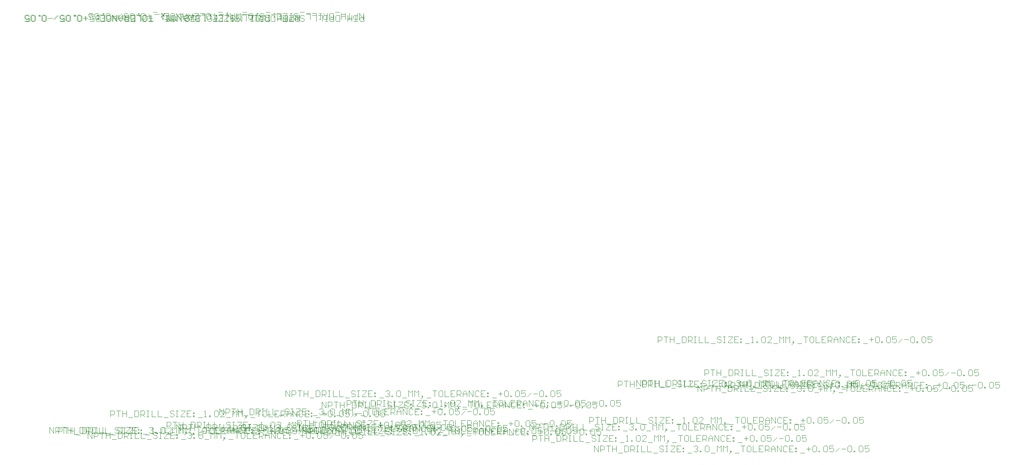
<source format=gbr>
G04*
G04 #@! TF.GenerationSoftware,Altium Limited,Altium Designer,22.4.2 (48)*
G04*
G04 Layer_Color=32768*
%FSLAX25Y25*%
%MOIN*%
G70*
G04*
G04 #@! TF.SameCoordinates,7713EA0D-6249-4CA7-80EE-CA65CFE05E5E*
G04*
G04*
G04 #@! TF.FilePolarity,Positive*
G04*
G01*
G75*
%ADD81C,0.00300*%
D81*
X280760Y436290D02*
Y431291D01*
X277427Y436290D01*
Y431291D01*
X275761Y436290D02*
Y431291D01*
X273262D01*
X272429Y432125D01*
Y433791D01*
X273262Y434624D01*
X275761D01*
X270763Y431291D02*
X267430D01*
X269097D01*
Y436290D01*
X265764Y431291D02*
Y436290D01*
Y433791D01*
X262432D01*
Y431291D01*
Y436290D01*
X260766Y437123D02*
X257434D01*
X255768Y431291D02*
Y436290D01*
X253268D01*
X252435Y435457D01*
Y432125D01*
X253268Y431291D01*
X255768D01*
X250769Y436290D02*
Y431291D01*
X248270D01*
X247437Y432125D01*
Y433791D01*
X248270Y434624D01*
X250769D01*
X249103D02*
X247437Y436290D01*
X245771Y431291D02*
X244105D01*
X244938D01*
Y436290D01*
X245771D01*
X244105D01*
X241605Y431291D02*
Y436290D01*
X238273D01*
X236607Y431291D02*
Y436290D01*
X233275D01*
X231609Y437123D02*
X228276D01*
X223278Y432125D02*
X224111Y431291D01*
X225777D01*
X226610Y432125D01*
Y432958D01*
X225777Y433791D01*
X224111D01*
X223278Y434624D01*
Y435457D01*
X224111Y436290D01*
X225777D01*
X226610Y435457D01*
X221612Y431291D02*
X219946D01*
X220779D01*
Y436290D01*
X221612D01*
X219946D01*
X217447Y431291D02*
X214114D01*
Y432125D01*
X217447Y435457D01*
Y436290D01*
X214114D01*
X209116Y431291D02*
X212448D01*
Y436290D01*
X209116D01*
X212448Y433791D02*
X210782D01*
X207450Y432958D02*
X206617D01*
Y433791D01*
X207450D01*
Y432958D01*
Y435457D02*
X206617D01*
Y436290D01*
X207450D01*
Y435457D01*
X203285Y437123D02*
X199952D01*
X198286Y432125D02*
X197453Y431291D01*
X195787D01*
X194954Y432125D01*
Y432958D01*
X195787Y433791D01*
X196620D01*
X195787D01*
X194954Y434624D01*
Y435457D01*
X195787Y436290D01*
X197453D01*
X198286Y435457D01*
X193288Y436290D02*
Y435457D01*
X192455D01*
Y436290D01*
X193288D01*
X189122Y432125D02*
X188289Y431291D01*
X186623D01*
X185790Y432125D01*
Y435457D01*
X186623Y436290D01*
X188289D01*
X189122Y435457D01*
Y432125D01*
X184124Y437123D02*
X180792D01*
X179126Y436290D02*
Y431291D01*
X177460Y432958D01*
X175794Y431291D01*
Y436290D01*
X174127D02*
Y431291D01*
X172461Y432958D01*
X170795Y431291D01*
Y436290D01*
X168296Y437123D02*
X167463Y436290D01*
Y435457D01*
X168296D01*
Y436290D01*
X167463D01*
X168296Y437123D01*
X169129Y437956D01*
X164131Y437123D02*
X160798D01*
X159132Y431291D02*
X155800D01*
X157466D01*
Y436290D01*
X151635Y431291D02*
X153301D01*
X154134Y432125D01*
Y435457D01*
X153301Y436290D01*
X151635D01*
X150802Y435457D01*
Y432125D01*
X151635Y431291D01*
X149135D02*
Y436290D01*
X145803D01*
X140805Y431291D02*
X144137D01*
Y436290D01*
X140805D01*
X144137Y433791D02*
X142471D01*
X139139Y436290D02*
Y431291D01*
X136639D01*
X135806Y432125D01*
Y433791D01*
X136639Y434624D01*
X139139D01*
X137473D02*
X135806Y436290D01*
X134140D02*
Y432958D01*
X132474Y431291D01*
X130808Y432958D01*
Y436290D01*
Y433791D01*
X134140D01*
X129142Y436290D02*
Y431291D01*
X125810Y436290D01*
Y431291D01*
X120811Y432125D02*
X121644Y431291D01*
X123310D01*
X124144Y432125D01*
Y435457D01*
X123310Y436290D01*
X121644D01*
X120811Y435457D01*
X115813Y431291D02*
X119145D01*
Y436290D01*
X115813D01*
X119145Y433791D02*
X117479D01*
X114147Y432958D02*
X113314D01*
Y433791D01*
X114147D01*
Y432958D01*
Y435457D02*
X113314D01*
Y436290D01*
X114147D01*
Y435457D01*
X109982Y437123D02*
X106649D01*
X104983Y433791D02*
X101651D01*
X103317Y432125D02*
Y435457D01*
X99985Y432125D02*
X99152Y431291D01*
X97486D01*
X96652Y432125D01*
Y435457D01*
X97486Y436290D01*
X99152D01*
X99985Y435457D01*
Y432125D01*
X94986Y436290D02*
Y435457D01*
X94153D01*
Y436290D01*
X94986D01*
X90821Y432125D02*
X89988Y431291D01*
X88322D01*
X87489Y432125D01*
Y435457D01*
X88322Y436290D01*
X89988D01*
X90821Y435457D01*
Y432125D01*
X82490Y431291D02*
X85823D01*
Y433791D01*
X84157Y432958D01*
X83323D01*
X82490Y433791D01*
Y435457D01*
X83323Y436290D01*
X84990D01*
X85823Y435457D01*
X80824Y436290D02*
X77492Y432958D01*
X75826Y433791D02*
X72494D01*
X70828Y432125D02*
X69994Y431291D01*
X68328D01*
X67495Y432125D01*
Y435457D01*
X68328Y436290D01*
X69994D01*
X70828Y435457D01*
Y432125D01*
X65829Y436290D02*
Y435457D01*
X64996D01*
Y436290D01*
X65829D01*
X61664Y432125D02*
X60831Y431291D01*
X59165D01*
X58332Y432125D01*
Y435457D01*
X59165Y436290D01*
X60831D01*
X61664Y435457D01*
Y432125D01*
X53333Y431291D02*
X56665D01*
Y433791D01*
X54999Y432958D01*
X54166D01*
X53333Y433791D01*
Y435457D01*
X54166Y436290D01*
X55832D01*
X56665Y435457D01*
X280848Y434636D02*
Y429638D01*
X278349D01*
X277516Y430471D01*
Y432137D01*
X278349Y432970D01*
X280848D01*
X275850Y429638D02*
X272517D01*
X274184D01*
Y434636D01*
X270851Y429638D02*
Y434636D01*
Y432137D01*
X267519D01*
Y429638D01*
Y434636D01*
X265853Y435469D02*
X262521D01*
X260855Y429638D02*
Y434636D01*
X258355D01*
X257522Y433803D01*
Y430471D01*
X258355Y429638D01*
X260855D01*
X255856Y434636D02*
Y429638D01*
X253357D01*
X252524Y430471D01*
Y432137D01*
X253357Y432970D01*
X255856D01*
X254190D02*
X252524Y434636D01*
X250858Y429638D02*
X249192D01*
X250025D01*
Y434636D01*
X250858D01*
X249192D01*
X246692Y429638D02*
Y434636D01*
X243360D01*
X241694Y429638D02*
Y434636D01*
X238362D01*
X236696Y435469D02*
X233364D01*
X228365Y430471D02*
X229198Y429638D01*
X230864D01*
X231697Y430471D01*
Y431304D01*
X230864Y432137D01*
X229198D01*
X228365Y432970D01*
Y433803D01*
X229198Y434636D01*
X230864D01*
X231697Y433803D01*
X226699Y429638D02*
X225033D01*
X225866D01*
Y434636D01*
X226699D01*
X225033D01*
X222534Y429638D02*
X219201D01*
Y430471D01*
X222534Y433803D01*
Y434636D01*
X219201D01*
X214203Y429638D02*
X217535D01*
Y434636D01*
X214203D01*
X217535Y432137D02*
X215869D01*
X212537Y431304D02*
X211704D01*
Y432137D01*
X212537D01*
Y431304D01*
Y433803D02*
X211704D01*
Y434636D01*
X212537D01*
Y433803D01*
X208371Y435469D02*
X205039D01*
X203373Y434636D02*
X201707D01*
X202540D01*
Y429638D01*
X203373Y430471D01*
X199208Y434636D02*
Y433803D01*
X198375D01*
Y434636D01*
X199208D01*
X195043Y430471D02*
X194210Y429638D01*
X192543D01*
X191710Y430471D01*
Y433803D01*
X192543Y434636D01*
X194210D01*
X195043Y433803D01*
Y430471D01*
X186712Y434636D02*
X190044D01*
X186712Y431304D01*
Y430471D01*
X187545Y429638D01*
X189211D01*
X190044Y430471D01*
X185046Y435469D02*
X181713D01*
X180047Y434636D02*
Y429638D01*
X178381Y431304D01*
X176715Y429638D01*
Y434636D01*
X175049D02*
Y429638D01*
X173383Y431304D01*
X171717Y429638D01*
Y434636D01*
X169218Y435469D02*
X168385Y434636D01*
Y433803D01*
X169218D01*
Y434636D01*
X168385D01*
X169218Y435469D01*
X170051Y436303D01*
X165052Y435469D02*
X161720D01*
X160054Y429638D02*
X156722D01*
X158388D01*
Y434636D01*
X152556Y429638D02*
X154222D01*
X155055Y430471D01*
Y433803D01*
X154222Y434636D01*
X152556D01*
X151723Y433803D01*
Y430471D01*
X152556Y429638D01*
X150057D02*
Y434636D01*
X146725D01*
X141727Y429638D02*
X145059D01*
Y434636D01*
X141727D01*
X145059Y432137D02*
X143393D01*
X140060Y434636D02*
Y429638D01*
X137561D01*
X136728Y430471D01*
Y432137D01*
X137561Y432970D01*
X140060D01*
X138394D02*
X136728Y434636D01*
X135062D02*
Y431304D01*
X133396Y429638D01*
X131730Y431304D01*
Y434636D01*
Y432137D01*
X135062D01*
X130064Y434636D02*
Y429638D01*
X126731Y434636D01*
Y429638D01*
X121733Y430471D02*
X122566Y429638D01*
X124232D01*
X125065Y430471D01*
Y433803D01*
X124232Y434636D01*
X122566D01*
X121733Y433803D01*
X116735Y429638D02*
X120067D01*
Y434636D01*
X116735D01*
X120067Y432137D02*
X118401D01*
X115068Y431304D02*
X114235D01*
Y432137D01*
X115068D01*
Y431304D01*
Y433803D02*
X114235D01*
Y434636D01*
X115068D01*
Y433803D01*
X110903Y435469D02*
X107571D01*
X105905Y432137D02*
X102573D01*
X104239Y430471D02*
Y433803D01*
X100906Y430471D02*
X100073Y429638D01*
X98407D01*
X97574Y430471D01*
Y433803D01*
X98407Y434636D01*
X100073D01*
X100906Y433803D01*
Y430471D01*
X95908Y434636D02*
Y433803D01*
X95075D01*
Y434636D01*
X95908D01*
X91743Y430471D02*
X90910Y429638D01*
X89244D01*
X88410Y430471D01*
Y433803D01*
X89244Y434636D01*
X90910D01*
X91743Y433803D01*
Y430471D01*
X83412Y429638D02*
X86744D01*
Y432137D01*
X85078Y431304D01*
X84245D01*
X83412Y432137D01*
Y433803D01*
X84245Y434636D01*
X85911D01*
X86744Y433803D01*
X81746Y434636D02*
X78414Y431304D01*
X76748Y432137D02*
X73415D01*
X71749Y430471D02*
X70916Y429638D01*
X69250D01*
X68417Y430471D01*
Y433803D01*
X69250Y434636D01*
X70916D01*
X71749Y433803D01*
Y430471D01*
X66751Y434636D02*
Y433803D01*
X65918D01*
Y434636D01*
X66751D01*
X62586Y430471D02*
X61752Y429638D01*
X60086D01*
X59253Y430471D01*
Y433803D01*
X60086Y434636D01*
X61752D01*
X62586Y433803D01*
Y430471D01*
X54255Y429638D02*
X57587D01*
Y432137D01*
X55921Y431304D01*
X55088D01*
X54255Y432137D01*
Y433803D01*
X55088Y434636D01*
X56754D01*
X57587Y433803D01*
X579528Y125908D02*
Y130906D01*
X582860Y125908D01*
Y130906D01*
X584526Y125908D02*
Y130906D01*
X587025D01*
X587858Y130073D01*
Y128407D01*
X587025Y127574D01*
X584526D01*
X589524Y130906D02*
X592857D01*
X591190D01*
Y125908D01*
X594523Y130906D02*
Y125908D01*
Y128407D01*
X597855D01*
Y130906D01*
Y125908D01*
X599521Y125075D02*
X602853D01*
X604519Y130906D02*
Y125908D01*
X607019D01*
X607852Y126741D01*
Y130073D01*
X607019Y130906D01*
X604519D01*
X609518Y125908D02*
Y130906D01*
X612017D01*
X612850Y130073D01*
Y128407D01*
X612017Y127574D01*
X609518D01*
X611184D02*
X612850Y125908D01*
X614516Y130906D02*
X616182D01*
X615349D01*
Y125908D01*
X614516D01*
X616182D01*
X618681Y130906D02*
Y125908D01*
X622014D01*
X623680Y130906D02*
Y125908D01*
X627012D01*
X628678Y125075D02*
X632011D01*
X637009Y130073D02*
X636176Y130906D01*
X634510D01*
X633677Y130073D01*
Y129240D01*
X634510Y128407D01*
X636176D01*
X637009Y127574D01*
Y126741D01*
X636176Y125908D01*
X634510D01*
X633677Y126741D01*
X638675Y130906D02*
X640341D01*
X639508D01*
Y125908D01*
X638675D01*
X640341D01*
X642840Y130906D02*
X646173D01*
Y130073D01*
X642840Y126741D01*
Y125908D01*
X646173D01*
X651171Y130906D02*
X647839D01*
Y125908D01*
X651171D01*
X647839Y128407D02*
X649505D01*
X652837Y129240D02*
X653670D01*
Y128407D01*
X652837D01*
Y129240D01*
Y126741D02*
X653670D01*
Y125908D01*
X652837D01*
Y126741D01*
X657002Y125075D02*
X660335D01*
X662001Y130073D02*
X662834Y130906D01*
X664500D01*
X665333Y130073D01*
Y129240D01*
X664500Y128407D01*
X663667D01*
X664500D01*
X665333Y127574D01*
Y126741D01*
X664500Y125908D01*
X662834D01*
X662001Y126741D01*
X666999Y125908D02*
Y126741D01*
X667832D01*
Y125908D01*
X666999D01*
X671165Y130073D02*
X671997Y130906D01*
X673664D01*
X674497Y130073D01*
Y126741D01*
X673664Y125908D01*
X671997D01*
X671165Y126741D01*
Y130073D01*
X676163Y125075D02*
X679495D01*
X681161Y125908D02*
Y130906D01*
X682827Y129240D01*
X684493Y130906D01*
Y125908D01*
X686160D02*
Y130906D01*
X687826Y129240D01*
X689492Y130906D01*
Y125908D01*
X691991Y125075D02*
X692824Y125908D01*
Y126741D01*
X691991D01*
Y125908D01*
X692824D01*
X691991Y125075D01*
X691158Y124242D01*
X696156Y125075D02*
X699489D01*
X701155Y130906D02*
X704487D01*
X702821D01*
Y125908D01*
X708652Y130906D02*
X706986D01*
X706153Y130073D01*
Y126741D01*
X706986Y125908D01*
X708652D01*
X709485Y126741D01*
Y130073D01*
X708652Y130906D01*
X711152D02*
Y125908D01*
X714484D01*
X719482Y130906D02*
X716150D01*
Y125908D01*
X719482D01*
X716150Y128407D02*
X717816D01*
X721148Y125908D02*
Y130906D01*
X723647D01*
X724481Y130073D01*
Y128407D01*
X723647Y127574D01*
X721148D01*
X722814D02*
X724481Y125908D01*
X726147D02*
Y129240D01*
X727813Y130906D01*
X729479Y129240D01*
Y125908D01*
Y128407D01*
X726147D01*
X731145Y125908D02*
Y130906D01*
X734477Y125908D01*
Y130906D01*
X739476Y130073D02*
X738643Y130906D01*
X736976D01*
X736143Y130073D01*
Y126741D01*
X736976Y125908D01*
X738643D01*
X739476Y126741D01*
X744474Y130906D02*
X741142D01*
Y125908D01*
X744474D01*
X741142Y128407D02*
X742808D01*
X746140Y129240D02*
X746973D01*
Y128407D01*
X746140D01*
Y129240D01*
Y126741D02*
X746973D01*
Y125908D01*
X746140D01*
Y126741D01*
X750306Y125075D02*
X753638D01*
X755304Y128407D02*
X758636D01*
X756970Y130073D02*
Y126741D01*
X760302Y130073D02*
X761135Y130906D01*
X762802D01*
X763634Y130073D01*
Y126741D01*
X762802Y125908D01*
X761135D01*
X760302Y126741D01*
Y130073D01*
X765301Y125908D02*
Y126741D01*
X766134D01*
Y125908D01*
X765301D01*
X769466Y130073D02*
X770299Y130906D01*
X771965D01*
X772798Y130073D01*
Y126741D01*
X771965Y125908D01*
X770299D01*
X769466Y126741D01*
Y130073D01*
X777797Y130906D02*
X774464D01*
Y128407D01*
X776130Y129240D01*
X776964D01*
X777797Y128407D01*
Y126741D01*
X776964Y125908D01*
X775297D01*
X774464Y126741D01*
X779463Y125908D02*
X782795Y129240D01*
X784461Y128407D02*
X787793D01*
X789460Y130073D02*
X790293Y130906D01*
X791959D01*
X792792Y130073D01*
Y126741D01*
X791959Y125908D01*
X790293D01*
X789460Y126741D01*
Y130073D01*
X794458Y125908D02*
Y126741D01*
X795291D01*
Y125908D01*
X794458D01*
X798623Y130073D02*
X799456Y130906D01*
X801122D01*
X801956Y130073D01*
Y126741D01*
X801122Y125908D01*
X799456D01*
X798623Y126741D01*
Y130073D01*
X806954Y130906D02*
X803622D01*
Y128407D01*
X805288Y129240D01*
X806121D01*
X806954Y128407D01*
Y126741D01*
X806121Y125908D01*
X804455D01*
X803622Y126741D01*
X562992Y136144D02*
Y141142D01*
X565491D01*
X566324Y140309D01*
Y138643D01*
X565491Y137810D01*
X562992D01*
X567990Y141142D02*
X571323D01*
X569657D01*
Y136144D01*
X572989Y141142D02*
Y136144D01*
Y138643D01*
X576321D01*
Y141142D01*
Y136144D01*
X577987Y135311D02*
X581320D01*
X582986Y141142D02*
Y136144D01*
X585485D01*
X586318Y136977D01*
Y140309D01*
X585485Y141142D01*
X582986D01*
X587984Y136144D02*
Y141142D01*
X590483D01*
X591316Y140309D01*
Y138643D01*
X590483Y137810D01*
X587984D01*
X589650D02*
X591316Y136144D01*
X592982Y141142D02*
X594649D01*
X593815D01*
Y136144D01*
X592982D01*
X594649D01*
X597148Y141142D02*
Y136144D01*
X600480D01*
X602146Y141142D02*
Y136144D01*
X605478D01*
X607144Y135311D02*
X610477D01*
X615475Y140309D02*
X614642Y141142D01*
X612976D01*
X612143Y140309D01*
Y139476D01*
X612976Y138643D01*
X614642D01*
X615475Y137810D01*
Y136977D01*
X614642Y136144D01*
X612976D01*
X612143Y136977D01*
X617141Y141142D02*
X618807D01*
X617974D01*
Y136144D01*
X617141D01*
X618807D01*
X621307Y141142D02*
X624639D01*
Y140309D01*
X621307Y136977D01*
Y136144D01*
X624639D01*
X629637Y141142D02*
X626305D01*
Y136144D01*
X629637D01*
X626305Y138643D02*
X627971D01*
X631303Y139476D02*
X632136D01*
Y138643D01*
X631303D01*
Y139476D01*
Y136977D02*
X632136D01*
Y136144D01*
X631303D01*
Y136977D01*
X635469Y135311D02*
X638801D01*
X640467Y136144D02*
X642133D01*
X641300D01*
Y141142D01*
X640467Y140309D01*
X644632Y136144D02*
Y136977D01*
X645465D01*
Y136144D01*
X644632D01*
X648798Y140309D02*
X649631Y141142D01*
X651297D01*
X652130Y140309D01*
Y136977D01*
X651297Y136144D01*
X649631D01*
X648798Y136977D01*
Y140309D01*
X657128Y136144D02*
X653796D01*
X657128Y139476D01*
Y140309D01*
X656295Y141142D01*
X654629D01*
X653796Y140309D01*
X658794Y135311D02*
X662127D01*
X663793Y136144D02*
Y141142D01*
X665459Y139476D01*
X667125Y141142D01*
Y136144D01*
X668791D02*
Y141142D01*
X670457Y139476D01*
X672123Y141142D01*
Y136144D01*
X674623Y135311D02*
X675456Y136144D01*
Y136977D01*
X674623D01*
Y136144D01*
X675456D01*
X674623Y135311D01*
X673790Y134478D01*
X678788Y135311D02*
X682120D01*
X683786Y141142D02*
X687118D01*
X685452D01*
Y136144D01*
X691284Y141142D02*
X689618D01*
X688785Y140309D01*
Y136977D01*
X689618Y136144D01*
X691284D01*
X692117Y136977D01*
Y140309D01*
X691284Y141142D01*
X693783D02*
Y136144D01*
X697115D01*
X702114Y141142D02*
X698781D01*
Y136144D01*
X702114D01*
X698781Y138643D02*
X700448D01*
X703780Y136144D02*
Y141142D01*
X706279D01*
X707112Y140309D01*
Y138643D01*
X706279Y137810D01*
X703780D01*
X705446D02*
X707112Y136144D01*
X708778D02*
Y139476D01*
X710444Y141142D01*
X712110Y139476D01*
Y136144D01*
Y138643D01*
X708778D01*
X713777Y136144D02*
Y141142D01*
X717109Y136144D01*
Y141142D01*
X722107Y140309D02*
X721274Y141142D01*
X719608D01*
X718775Y140309D01*
Y136977D01*
X719608Y136144D01*
X721274D01*
X722107Y136977D01*
X727106Y141142D02*
X723773D01*
Y136144D01*
X727106D01*
X723773Y138643D02*
X725440D01*
X728772Y139476D02*
X729605D01*
Y138643D01*
X728772D01*
Y139476D01*
Y136977D02*
X729605D01*
Y136144D01*
X728772D01*
Y136977D01*
X732937Y135311D02*
X736269D01*
X737935Y138643D02*
X741268D01*
X739602Y140309D02*
Y136977D01*
X742934Y140309D02*
X743767Y141142D01*
X745433D01*
X746266Y140309D01*
Y136977D01*
X745433Y136144D01*
X743767D01*
X742934Y136977D01*
Y140309D01*
X747932Y136144D02*
Y136977D01*
X748765D01*
Y136144D01*
X747932D01*
X752098Y140309D02*
X752930Y141142D01*
X754597D01*
X755430Y140309D01*
Y136977D01*
X754597Y136144D01*
X752930D01*
X752098Y136977D01*
Y140309D01*
X760428Y141142D02*
X757096D01*
Y138643D01*
X758762Y139476D01*
X759595D01*
X760428Y138643D01*
Y136977D01*
X759595Y136144D01*
X757929D01*
X757096Y136977D01*
X762094Y136144D02*
X765426Y139476D01*
X767093Y138643D02*
X770425D01*
X772091Y140309D02*
X772924Y141142D01*
X774590D01*
X775423Y140309D01*
Y136977D01*
X774590Y136144D01*
X772924D01*
X772091Y136977D01*
Y140309D01*
X777089Y136144D02*
Y136977D01*
X777922D01*
Y136144D01*
X777089D01*
X781255Y140309D02*
X782088Y141142D01*
X783754D01*
X784587Y140309D01*
Y136977D01*
X783754Y136144D01*
X782088D01*
X781255Y136977D01*
Y140309D01*
X789585Y141142D02*
X786253D01*
Y138643D01*
X787919Y139476D01*
X788752D01*
X789585Y138643D01*
Y136977D01*
X788752Y136144D01*
X787086D01*
X786253Y136977D01*
X557301Y123152D02*
Y128150D01*
X560634Y123152D01*
Y128150D01*
X562300Y123152D02*
Y128150D01*
X564799D01*
X565632Y127317D01*
Y125651D01*
X564799Y124818D01*
X562300D01*
X567298Y128150D02*
X570630D01*
X568964D01*
Y123152D01*
X572296Y128150D02*
Y123152D01*
Y125651D01*
X575629D01*
Y128150D01*
Y123152D01*
X577295Y122319D02*
X580627D01*
X582293Y128150D02*
Y123152D01*
X584792D01*
X585626Y123985D01*
Y127317D01*
X584792Y128150D01*
X582293D01*
X587292Y123152D02*
Y128150D01*
X589791D01*
X590624Y127317D01*
Y125651D01*
X589791Y124818D01*
X587292D01*
X588958D02*
X590624Y123152D01*
X592290Y128150D02*
X593956D01*
X593123D01*
Y123152D01*
X592290D01*
X593956D01*
X596455Y128150D02*
Y123152D01*
X599788D01*
X601454Y128150D02*
Y123152D01*
X604786D01*
X606452Y122319D02*
X609784D01*
X614783Y127317D02*
X613950Y128150D01*
X612284D01*
X611450Y127317D01*
Y126484D01*
X612284Y125651D01*
X613950D01*
X614783Y124818D01*
Y123985D01*
X613950Y123152D01*
X612284D01*
X611450Y123985D01*
X616449Y128150D02*
X618115D01*
X617282D01*
Y123152D01*
X616449D01*
X618115D01*
X620614Y128150D02*
X623946D01*
Y127317D01*
X620614Y123985D01*
Y123152D01*
X623946D01*
X628945Y128150D02*
X625612D01*
Y123152D01*
X628945D01*
X625612Y125651D02*
X627279D01*
X630611Y126484D02*
X631444D01*
Y125651D01*
X630611D01*
Y126484D01*
Y123985D02*
X631444D01*
Y123152D01*
X630611D01*
Y123985D01*
X634776Y122319D02*
X638108D01*
X639775Y127317D02*
X640608Y128150D01*
X642274D01*
X643107Y127317D01*
Y126484D01*
X642274Y125651D01*
X641441D01*
X642274D01*
X643107Y124818D01*
Y123985D01*
X642274Y123152D01*
X640608D01*
X639775Y123985D01*
X644773Y123152D02*
Y123985D01*
X645606D01*
Y123152D01*
X644773D01*
X648938Y127317D02*
X649771Y128150D01*
X651438D01*
X652271Y127317D01*
Y123985D01*
X651438Y123152D01*
X649771D01*
X648938Y123985D01*
Y127317D01*
X653937Y122319D02*
X657269D01*
X658935Y123152D02*
Y128150D01*
X660601Y126484D01*
X662267Y128150D01*
Y123152D01*
X663933D02*
Y128150D01*
X665600Y126484D01*
X667266Y128150D01*
Y123152D01*
X669765Y122319D02*
X670598Y123152D01*
Y123985D01*
X669765D01*
Y123152D01*
X670598D01*
X669765Y122319D01*
X668932Y121486D01*
X673930Y122319D02*
X677262D01*
X678929Y128150D02*
X682261D01*
X680595D01*
Y123152D01*
X686426Y128150D02*
X684760D01*
X683927Y127317D01*
Y123985D01*
X684760Y123152D01*
X686426D01*
X687259Y123985D01*
Y127317D01*
X686426Y128150D01*
X688925D02*
Y123152D01*
X692258D01*
X697256Y128150D02*
X693924D01*
Y123152D01*
X697256D01*
X693924Y125651D02*
X695590D01*
X698922Y123152D02*
Y128150D01*
X701421D01*
X702254Y127317D01*
Y125651D01*
X701421Y124818D01*
X698922D01*
X700588D02*
X702254Y123152D01*
X703921D02*
Y126484D01*
X705587Y128150D01*
X707253Y126484D01*
Y123152D01*
Y125651D01*
X703921D01*
X708919Y123152D02*
Y128150D01*
X712251Y123152D01*
Y128150D01*
X717249Y127317D02*
X716416Y128150D01*
X714750D01*
X713917Y127317D01*
Y123985D01*
X714750Y123152D01*
X716416D01*
X717249Y123985D01*
X722248Y128150D02*
X718916D01*
Y123152D01*
X722248D01*
X718916Y125651D02*
X720582D01*
X723914Y126484D02*
X724747D01*
Y125651D01*
X723914D01*
Y126484D01*
Y123985D02*
X724747D01*
Y123152D01*
X723914D01*
Y123985D01*
X728079Y122319D02*
X731412D01*
X733078Y125651D02*
X736410D01*
X734744Y127317D02*
Y123985D01*
X738076Y127317D02*
X738909Y128150D01*
X740575D01*
X741408Y127317D01*
Y123985D01*
X740575Y123152D01*
X738909D01*
X738076Y123985D01*
Y127317D01*
X743074Y123152D02*
Y123985D01*
X743907D01*
Y123152D01*
X743074D01*
X747240Y127317D02*
X748073Y128150D01*
X749739D01*
X750572Y127317D01*
Y123985D01*
X749739Y123152D01*
X748073D01*
X747240Y123985D01*
Y127317D01*
X755570Y128150D02*
X752238D01*
Y125651D01*
X753904Y126484D01*
X754737D01*
X755570Y125651D01*
Y123985D01*
X754737Y123152D01*
X753071D01*
X752238Y123985D01*
X757236Y123152D02*
X760569Y126484D01*
X762235Y125651D02*
X765567D01*
X767233Y127317D02*
X768066Y128150D01*
X769733D01*
X770566Y127317D01*
Y123985D01*
X769733Y123152D01*
X768066D01*
X767233Y123985D01*
Y127317D01*
X772232Y123152D02*
Y123985D01*
X773065D01*
Y123152D01*
X772232D01*
X776397Y127317D02*
X777230Y128150D01*
X778896D01*
X779729Y127317D01*
Y123985D01*
X778896Y123152D01*
X777230D01*
X776397Y123985D01*
Y127317D01*
X784728Y128150D02*
X781395D01*
Y125651D01*
X783062Y126484D01*
X783895D01*
X784728Y125651D01*
Y123985D01*
X783895Y123152D01*
X782228D01*
X781395Y123985D01*
X524222Y163559D02*
Y168557D01*
X526721D01*
X527554Y167724D01*
Y166058D01*
X526721Y165225D01*
X524222D01*
X529220Y168557D02*
X532552D01*
X530886D01*
Y163559D01*
X534219Y168557D02*
Y163559D01*
Y166058D01*
X537551D01*
Y168557D01*
Y163559D01*
X539217Y162726D02*
X542549D01*
X544215Y168557D02*
Y163559D01*
X546714D01*
X547547Y164392D01*
Y167724D01*
X546714Y168557D01*
X544215D01*
X549214Y163559D02*
Y168557D01*
X551713D01*
X552546Y167724D01*
Y166058D01*
X551713Y165225D01*
X549214D01*
X550880D02*
X552546Y163559D01*
X554212Y168557D02*
X555878D01*
X555045D01*
Y163559D01*
X554212D01*
X555878D01*
X558377Y168557D02*
Y163559D01*
X561710D01*
X563376Y168557D02*
Y163559D01*
X566708D01*
X568374Y162726D02*
X571706D01*
X576705Y167724D02*
X575872Y168557D01*
X574206D01*
X573373Y167724D01*
Y166891D01*
X574206Y166058D01*
X575872D01*
X576705Y165225D01*
Y164392D01*
X575872Y163559D01*
X574206D01*
X573373Y164392D01*
X578371Y168557D02*
X580037D01*
X579204D01*
Y163559D01*
X578371D01*
X580037D01*
X582536Y168557D02*
X585869D01*
Y167724D01*
X582536Y164392D01*
Y163559D01*
X585869D01*
X590867Y168557D02*
X587535D01*
Y163559D01*
X590867D01*
X587535Y166058D02*
X589201D01*
X592533Y166891D02*
X593366D01*
Y166058D01*
X592533D01*
Y166891D01*
Y164392D02*
X593366D01*
Y163559D01*
X592533D01*
Y164392D01*
X596698Y162726D02*
X600031D01*
X601697Y163559D02*
X603363D01*
X602530D01*
Y168557D01*
X601697Y167724D01*
X605862Y163559D02*
Y164392D01*
X606695D01*
Y163559D01*
X605862D01*
X610027Y167724D02*
X610860Y168557D01*
X612527D01*
X613360Y167724D01*
Y164392D01*
X612527Y163559D01*
X610860D01*
X610027Y164392D01*
Y167724D01*
X618358Y163559D02*
X615026D01*
X618358Y166891D01*
Y167724D01*
X617525Y168557D01*
X615859D01*
X615026Y167724D01*
X620024Y162726D02*
X623356D01*
X625022Y163559D02*
Y168557D01*
X626689Y166891D01*
X628355Y168557D01*
Y163559D01*
X630021D02*
Y168557D01*
X631687Y166891D01*
X633353Y168557D01*
Y163559D01*
X635852Y162726D02*
X636685Y163559D01*
Y164392D01*
X635852D01*
Y163559D01*
X636685D01*
X635852Y162726D01*
X635019Y161893D01*
X640018Y162726D02*
X643350D01*
X645016Y168557D02*
X648348D01*
X646682D01*
Y163559D01*
X652514Y168557D02*
X650847D01*
X650014Y167724D01*
Y164392D01*
X650847Y163559D01*
X652514D01*
X653347Y164392D01*
Y167724D01*
X652514Y168557D01*
X655013D02*
Y163559D01*
X658345D01*
X663343Y168557D02*
X660011D01*
Y163559D01*
X663343D01*
X660011Y166058D02*
X661677D01*
X665009Y163559D02*
Y168557D01*
X667509D01*
X668342Y167724D01*
Y166058D01*
X667509Y165225D01*
X665009D01*
X666676D02*
X668342Y163559D01*
X670008D02*
Y166891D01*
X671674Y168557D01*
X673340Y166891D01*
Y163559D01*
Y166058D01*
X670008D01*
X675006Y163559D02*
Y168557D01*
X678338Y163559D01*
Y168557D01*
X683337Y167724D02*
X682504Y168557D01*
X680838D01*
X680005Y167724D01*
Y164392D01*
X680838Y163559D01*
X682504D01*
X683337Y164392D01*
X688335Y168557D02*
X685003D01*
Y163559D01*
X688335D01*
X685003Y166058D02*
X686669D01*
X690001Y166891D02*
X690834D01*
Y166058D01*
X690001D01*
Y166891D01*
Y164392D02*
X690834D01*
Y163559D01*
X690001D01*
Y164392D01*
X694167Y162726D02*
X697499D01*
X699165Y166058D02*
X702497D01*
X700831Y167724D02*
Y164392D01*
X704164Y167724D02*
X704996Y168557D01*
X706663D01*
X707496Y167724D01*
Y164392D01*
X706663Y163559D01*
X704996D01*
X704164Y164392D01*
Y167724D01*
X709162Y163559D02*
Y164392D01*
X709995D01*
Y163559D01*
X709162D01*
X713327Y167724D02*
X714160Y168557D01*
X715826D01*
X716659Y167724D01*
Y164392D01*
X715826Y163559D01*
X714160D01*
X713327Y164392D01*
Y167724D01*
X721658Y168557D02*
X718326D01*
Y166058D01*
X719992Y166891D01*
X720825D01*
X721658Y166058D01*
Y164392D01*
X720825Y163559D01*
X719159D01*
X718326Y164392D01*
X723324Y163559D02*
X726656Y166891D01*
X728322Y166058D02*
X731655D01*
X733321Y167724D02*
X734154Y168557D01*
X735820D01*
X736653Y167724D01*
Y164392D01*
X735820Y163559D01*
X734154D01*
X733321Y164392D01*
Y167724D01*
X738319Y163559D02*
Y164392D01*
X739152D01*
Y163559D01*
X738319D01*
X742484Y167724D02*
X743317Y168557D01*
X744984D01*
X745817Y167724D01*
Y164392D01*
X744984Y163559D01*
X743317D01*
X742484Y164392D01*
Y167724D01*
X750815Y168557D02*
X747483D01*
Y166058D01*
X749149Y166891D01*
X749982D01*
X750815Y166058D01*
Y164392D01*
X749982Y163559D01*
X748316D01*
X747483Y164392D01*
X506729Y127483D02*
Y132481D01*
X510061Y127483D01*
Y132481D01*
X511727Y127483D02*
Y132481D01*
X514226D01*
X515059Y131648D01*
Y129982D01*
X514226Y129149D01*
X511727D01*
X516725Y132481D02*
X520058D01*
X518392D01*
Y127483D01*
X521724Y132481D02*
Y127483D01*
Y129982D01*
X525056D01*
Y132481D01*
Y127483D01*
X526722Y126650D02*
X530054D01*
X531721Y132481D02*
Y127483D01*
X534220D01*
X535053Y128316D01*
Y131648D01*
X534220Y132481D01*
X531721D01*
X536719Y127483D02*
Y132481D01*
X539218D01*
X540051Y131648D01*
Y129982D01*
X539218Y129149D01*
X536719D01*
X538385D02*
X540051Y127483D01*
X541717Y132481D02*
X543383D01*
X542550D01*
Y127483D01*
X541717D01*
X543383D01*
X545883Y132481D02*
Y127483D01*
X549215D01*
X550881Y132481D02*
Y127483D01*
X554213D01*
X555879Y126650D02*
X559212D01*
X564210Y131648D02*
X563377Y132481D01*
X561711D01*
X560878Y131648D01*
Y130815D01*
X561711Y129982D01*
X563377D01*
X564210Y129149D01*
Y128316D01*
X563377Y127483D01*
X561711D01*
X560878Y128316D01*
X565876Y132481D02*
X567542D01*
X566709D01*
Y127483D01*
X565876D01*
X567542D01*
X570042Y132481D02*
X573374D01*
Y131648D01*
X570042Y128316D01*
Y127483D01*
X573374D01*
X578372Y132481D02*
X575040D01*
Y127483D01*
X578372D01*
X575040Y129982D02*
X576706D01*
X580038Y130815D02*
X580871D01*
Y129982D01*
X580038D01*
Y130815D01*
Y128316D02*
X580871D01*
Y127483D01*
X580038D01*
Y128316D01*
X584204Y126650D02*
X587536D01*
X589202Y131648D02*
X590035Y132481D01*
X591701D01*
X592534Y131648D01*
Y130815D01*
X591701Y129982D01*
X590868D01*
X591701D01*
X592534Y129149D01*
Y128316D01*
X591701Y127483D01*
X590035D01*
X589202Y128316D01*
X594200Y127483D02*
Y128316D01*
X595033D01*
Y127483D01*
X594200D01*
X598366Y131648D02*
X599199Y132481D01*
X600865D01*
X601698Y131648D01*
Y128316D01*
X600865Y127483D01*
X599199D01*
X598366Y128316D01*
Y131648D01*
X603364Y126650D02*
X606696D01*
X608362Y127483D02*
Y132481D01*
X610029Y130815D01*
X611695Y132481D01*
Y127483D01*
X613361D02*
Y132481D01*
X615027Y130815D01*
X616693Y132481D01*
Y127483D01*
X619192Y126650D02*
X620025Y127483D01*
Y128316D01*
X619192D01*
Y127483D01*
X620025D01*
X619192Y126650D01*
X618359Y125817D01*
X623357Y126650D02*
X626690D01*
X628356Y132481D02*
X631688D01*
X630022D01*
Y127483D01*
X635853Y132481D02*
X634187D01*
X633354Y131648D01*
Y128316D01*
X634187Y127483D01*
X635853D01*
X636687Y128316D01*
Y131648D01*
X635853Y132481D01*
X638353D02*
Y127483D01*
X641685D01*
X646683Y132481D02*
X643351D01*
Y127483D01*
X646683D01*
X643351Y129982D02*
X645017D01*
X648349Y127483D02*
Y132481D01*
X650849D01*
X651682Y131648D01*
Y129982D01*
X650849Y129149D01*
X648349D01*
X650016D02*
X651682Y127483D01*
X653348D02*
Y130815D01*
X655014Y132481D01*
X656680Y130815D01*
Y127483D01*
Y129982D01*
X653348D01*
X658346Y127483D02*
Y132481D01*
X661679Y127483D01*
Y132481D01*
X666677Y131648D02*
X665844Y132481D01*
X664178D01*
X663345Y131648D01*
Y128316D01*
X664178Y127483D01*
X665844D01*
X666677Y128316D01*
X671675Y132481D02*
X668343D01*
Y127483D01*
X671675D01*
X668343Y129982D02*
X670009D01*
X673341Y130815D02*
X674174D01*
Y129982D01*
X673341D01*
Y130815D01*
Y128316D02*
X674174D01*
Y127483D01*
X673341D01*
Y128316D01*
X677507Y126650D02*
X680839D01*
X682505Y129982D02*
X685837D01*
X684171Y131648D02*
Y128316D01*
X687503Y131648D02*
X688337Y132481D01*
X690003D01*
X690836Y131648D01*
Y128316D01*
X690003Y127483D01*
X688337D01*
X687503Y128316D01*
Y131648D01*
X692502Y127483D02*
Y128316D01*
X693335D01*
Y127483D01*
X692502D01*
X696667Y131648D02*
X697500Y132481D01*
X699166D01*
X699999Y131648D01*
Y128316D01*
X699166Y127483D01*
X697500D01*
X696667Y128316D01*
Y131648D01*
X704998Y132481D02*
X701665D01*
Y129982D01*
X703332Y130815D01*
X704165D01*
X704998Y129982D01*
Y128316D01*
X704165Y127483D01*
X702499D01*
X701665Y128316D01*
X706664Y127483D02*
X709996Y130815D01*
X711662Y129982D02*
X714994D01*
X716661Y131648D02*
X717494Y132481D01*
X719160D01*
X719993Y131648D01*
Y128316D01*
X719160Y127483D01*
X717494D01*
X716661Y128316D01*
Y131648D01*
X721659Y127483D02*
Y128316D01*
X722492D01*
Y127483D01*
X721659D01*
X725824Y131648D02*
X726657Y132481D01*
X728324D01*
X729157Y131648D01*
Y128316D01*
X728324Y127483D01*
X726657D01*
X725824Y128316D01*
Y131648D01*
X734155Y132481D02*
X730823D01*
Y129982D01*
X732489Y130815D01*
X733322D01*
X734155Y129982D01*
Y128316D01*
X733322Y127483D01*
X731656D01*
X730823Y128316D01*
X491374Y126695D02*
Y131694D01*
X493874D01*
X494707Y130861D01*
Y129194D01*
X493874Y128361D01*
X491374D01*
X496373Y131694D02*
X499705D01*
X498039D01*
Y126695D01*
X501371Y131694D02*
Y126695D01*
Y129194D01*
X504703D01*
Y131694D01*
Y126695D01*
X506369Y125862D02*
X509702D01*
X511368Y131694D02*
Y126695D01*
X513867D01*
X514700Y127528D01*
Y130861D01*
X513867Y131694D01*
X511368D01*
X516366Y126695D02*
Y131694D01*
X518865D01*
X519698Y130861D01*
Y129194D01*
X518865Y128361D01*
X516366D01*
X518032D02*
X519698Y126695D01*
X521365Y131694D02*
X523031D01*
X522198D01*
Y126695D01*
X521365D01*
X523031D01*
X525530Y131694D02*
Y126695D01*
X528862D01*
X530528Y131694D02*
Y126695D01*
X533861D01*
X535527Y125862D02*
X538859D01*
X543857Y130861D02*
X543024Y131694D01*
X541358D01*
X540525Y130861D01*
Y130027D01*
X541358Y129194D01*
X543024D01*
X543857Y128361D01*
Y127528D01*
X543024Y126695D01*
X541358D01*
X540525Y127528D01*
X545523Y131694D02*
X547190D01*
X546356D01*
Y126695D01*
X545523D01*
X547190D01*
X549689Y131694D02*
X553021D01*
Y130861D01*
X549689Y127528D01*
Y126695D01*
X553021D01*
X558019Y131694D02*
X554687D01*
Y126695D01*
X558019D01*
X554687Y129194D02*
X556353D01*
X559686Y130027D02*
X560519D01*
Y129194D01*
X559686D01*
Y130027D01*
Y127528D02*
X560519D01*
Y126695D01*
X559686D01*
Y127528D01*
X563851Y125862D02*
X567183D01*
X568849Y126695D02*
X570515D01*
X569682D01*
Y131694D01*
X568849Y130861D01*
X573014Y126695D02*
Y127528D01*
X573848D01*
Y126695D01*
X573014D01*
X577180Y130861D02*
X578013Y131694D01*
X579679D01*
X580512Y130861D01*
Y127528D01*
X579679Y126695D01*
X578013D01*
X577180Y127528D01*
Y130861D01*
X585510Y126695D02*
X582178D01*
X585510Y130027D01*
Y130861D01*
X584677Y131694D01*
X583011D01*
X582178Y130861D01*
X587177Y125862D02*
X590509D01*
X592175Y126695D02*
Y131694D01*
X593841Y130027D01*
X595507Y131694D01*
Y126695D01*
X597173D02*
Y131694D01*
X598840Y130027D01*
X600506Y131694D01*
Y126695D01*
X603005Y125862D02*
X603838Y126695D01*
Y127528D01*
X603005D01*
Y126695D01*
X603838D01*
X603005Y125862D01*
X602172Y125029D01*
X607170Y125862D02*
X610502D01*
X612169Y131694D02*
X615501D01*
X613835D01*
Y126695D01*
X619666Y131694D02*
X618000D01*
X617167Y130861D01*
Y127528D01*
X618000Y126695D01*
X619666D01*
X620499Y127528D01*
Y130861D01*
X619666Y131694D01*
X622165D02*
Y126695D01*
X625497D01*
X630496Y131694D02*
X627164D01*
Y126695D01*
X630496D01*
X627164Y129194D02*
X628830D01*
X632162Y126695D02*
Y131694D01*
X634661D01*
X635494Y130861D01*
Y129194D01*
X634661Y128361D01*
X632162D01*
X633828D02*
X635494Y126695D01*
X637160D02*
Y130027D01*
X638827Y131694D01*
X640493Y130027D01*
Y126695D01*
Y129194D01*
X637160D01*
X642159Y126695D02*
Y131694D01*
X645491Y126695D01*
Y131694D01*
X650490Y130861D02*
X649656Y131694D01*
X647990D01*
X647157Y130861D01*
Y127528D01*
X647990Y126695D01*
X649656D01*
X650490Y127528D01*
X655488Y131694D02*
X652156D01*
Y126695D01*
X655488D01*
X652156Y129194D02*
X653822D01*
X657154Y130027D02*
X657987D01*
Y129194D01*
X657154D01*
Y130027D01*
Y127528D02*
X657987D01*
Y126695D01*
X657154D01*
Y127528D01*
X661319Y125862D02*
X664651D01*
X666318Y129194D02*
X669650D01*
X667984Y130861D02*
Y127528D01*
X671316Y130861D02*
X672149Y131694D01*
X673815D01*
X674648Y130861D01*
Y127528D01*
X673815Y126695D01*
X672149D01*
X671316Y127528D01*
Y130861D01*
X676314Y126695D02*
Y127528D01*
X677147D01*
Y126695D01*
X676314D01*
X680480Y130861D02*
X681313Y131694D01*
X682979D01*
X683812Y130861D01*
Y127528D01*
X682979Y126695D01*
X681313D01*
X680480Y127528D01*
Y130861D01*
X688810Y131694D02*
X685478D01*
Y129194D01*
X687144Y130027D01*
X687977D01*
X688810Y129194D01*
Y127528D01*
X687977Y126695D01*
X686311D01*
X685478Y127528D01*
X690477Y126695D02*
X693809Y130027D01*
X695475Y129194D02*
X698807D01*
X700473Y130861D02*
X701306Y131694D01*
X702972D01*
X703805Y130861D01*
Y127528D01*
X702972Y126695D01*
X701306D01*
X700473Y127528D01*
Y130861D01*
X705472Y126695D02*
Y127528D01*
X706305D01*
Y126695D01*
X705472D01*
X709637Y130861D02*
X710470Y131694D01*
X712136D01*
X712969Y130861D01*
Y127528D01*
X712136Y126695D01*
X710470D01*
X709637Y127528D01*
Y130861D01*
X717968Y131694D02*
X714635D01*
Y129194D01*
X716301Y130027D01*
X717135D01*
X717968Y129194D01*
Y127528D01*
X717135Y126695D01*
X715468D01*
X714635Y127528D01*
X418182Y91262D02*
Y96261D01*
X421514Y91262D01*
Y96261D01*
X423180Y91262D02*
Y96261D01*
X425679D01*
X426512Y95428D01*
Y93761D01*
X425679Y92928D01*
X423180D01*
X428179Y96261D02*
X431511D01*
X429845D01*
Y91262D01*
X433177Y96261D02*
Y91262D01*
Y93761D01*
X436509D01*
Y96261D01*
Y91262D01*
X438175Y90429D02*
X441508D01*
X443174Y96261D02*
Y91262D01*
X445673D01*
X446506Y92095D01*
Y95428D01*
X445673Y96261D01*
X443174D01*
X448172Y91262D02*
Y96261D01*
X450671D01*
X451504Y95428D01*
Y93761D01*
X450671Y92928D01*
X448172D01*
X449838D02*
X451504Y91262D01*
X453170Y96261D02*
X454837D01*
X454003D01*
Y91262D01*
X453170D01*
X454837D01*
X457336Y96261D02*
Y91262D01*
X460668D01*
X462334Y96261D02*
Y91262D01*
X465666D01*
X467333Y90429D02*
X470665D01*
X475663Y95428D02*
X474830Y96261D01*
X473164D01*
X472331Y95428D01*
Y94595D01*
X473164Y93761D01*
X474830D01*
X475663Y92928D01*
Y92095D01*
X474830Y91262D01*
X473164D01*
X472331Y92095D01*
X477329Y96261D02*
X478995D01*
X478162D01*
Y91262D01*
X477329D01*
X478995D01*
X481495Y96261D02*
X484827D01*
Y95428D01*
X481495Y92095D01*
Y91262D01*
X484827D01*
X489825Y96261D02*
X486493D01*
Y91262D01*
X489825D01*
X486493Y93761D02*
X488159D01*
X491491Y94595D02*
X492324D01*
Y93761D01*
X491491D01*
Y94595D01*
Y92095D02*
X492324D01*
Y91262D01*
X491491D01*
Y92095D01*
X495657Y90429D02*
X498989D01*
X500655Y95428D02*
X501488Y96261D01*
X503154D01*
X503987Y95428D01*
Y94595D01*
X503154Y93761D01*
X502321D01*
X503154D01*
X503987Y92928D01*
Y92095D01*
X503154Y91262D01*
X501488D01*
X500655Y92095D01*
X505653Y91262D02*
Y92095D01*
X506487D01*
Y91262D01*
X505653D01*
X509819Y95428D02*
X510652Y96261D01*
X512318D01*
X513151Y95428D01*
Y92095D01*
X512318Y91262D01*
X510652D01*
X509819Y92095D01*
Y95428D01*
X514817Y90429D02*
X518149D01*
X519815Y91262D02*
Y96261D01*
X521482Y94595D01*
X523148Y96261D01*
Y91262D01*
X524814D02*
Y96261D01*
X526480Y94595D01*
X528146Y96261D01*
Y91262D01*
X530645Y90429D02*
X531478Y91262D01*
Y92095D01*
X530645D01*
Y91262D01*
X531478D01*
X530645Y90429D01*
X529812Y89596D01*
X534811Y90429D02*
X538143D01*
X539809Y96261D02*
X543141D01*
X541475D01*
Y91262D01*
X547307Y96261D02*
X545641D01*
X544807Y95428D01*
Y92095D01*
X545641Y91262D01*
X547307D01*
X548140Y92095D01*
Y95428D01*
X547307Y96261D01*
X549806D02*
Y91262D01*
X553138D01*
X558136Y96261D02*
X554804D01*
Y91262D01*
X558136D01*
X554804Y93761D02*
X556470D01*
X559803Y91262D02*
Y96261D01*
X562302D01*
X563135Y95428D01*
Y93761D01*
X562302Y92928D01*
X559803D01*
X561469D02*
X563135Y91262D01*
X564801D02*
Y94595D01*
X566467Y96261D01*
X568133Y94595D01*
Y91262D01*
Y93761D01*
X564801D01*
X569799Y91262D02*
Y96261D01*
X573132Y91262D01*
Y96261D01*
X578130Y95428D02*
X577297Y96261D01*
X575631D01*
X574798Y95428D01*
Y92095D01*
X575631Y91262D01*
X577297D01*
X578130Y92095D01*
X583128Y96261D02*
X579796D01*
Y91262D01*
X583128D01*
X579796Y93761D02*
X581462D01*
X584795Y94595D02*
X585628D01*
Y93761D01*
X584795D01*
Y94595D01*
Y92095D02*
X585628D01*
Y91262D01*
X584795D01*
Y92095D01*
X588960Y90429D02*
X592292D01*
X593958Y93761D02*
X597290D01*
X595624Y95428D02*
Y92095D01*
X598956Y95428D02*
X599790Y96261D01*
X601456D01*
X602289Y95428D01*
Y92095D01*
X601456Y91262D01*
X599790D01*
X598956Y92095D01*
Y95428D01*
X603955Y91262D02*
Y92095D01*
X604788D01*
Y91262D01*
X603955D01*
X608120Y95428D02*
X608953Y96261D01*
X610619D01*
X611452Y95428D01*
Y92095D01*
X610619Y91262D01*
X608953D01*
X608120Y92095D01*
Y95428D01*
X616451Y96261D02*
X613119D01*
Y93761D01*
X614785Y94595D01*
X615618D01*
X616451Y93761D01*
Y92095D01*
X615618Y91262D01*
X613952D01*
X613119Y92095D01*
X618117Y91262D02*
X621449Y94595D01*
X623115Y93761D02*
X626448D01*
X628114Y95428D02*
X628947Y96261D01*
X630613D01*
X631446Y95428D01*
Y92095D01*
X630613Y91262D01*
X628947D01*
X628114Y92095D01*
Y95428D01*
X633112Y91262D02*
Y92095D01*
X633945D01*
Y91262D01*
X633112D01*
X637278Y95428D02*
X638110Y96261D01*
X639777D01*
X640610Y95428D01*
Y92095D01*
X639777Y91262D01*
X638110D01*
X637278Y92095D01*
Y95428D01*
X645608Y96261D02*
X642276D01*
Y93761D01*
X643942Y94595D01*
X644775D01*
X645608Y93761D01*
Y92095D01*
X644775Y91262D01*
X643109D01*
X642276Y92095D01*
X420544Y81813D02*
Y86812D01*
X423043D01*
X423876Y85979D01*
Y84313D01*
X423043Y83479D01*
X420544D01*
X425542Y86812D02*
X428875D01*
X427209D01*
Y81813D01*
X430541Y86812D02*
Y81813D01*
Y84313D01*
X433873D01*
Y86812D01*
Y81813D01*
X435539Y80980D02*
X438871D01*
X440538Y86812D02*
Y81813D01*
X443037D01*
X443870Y82647D01*
Y85979D01*
X443037Y86812D01*
X440538D01*
X445536Y81813D02*
Y86812D01*
X448035D01*
X448868Y85979D01*
Y84313D01*
X448035Y83479D01*
X445536D01*
X447202D02*
X448868Y81813D01*
X450534Y86812D02*
X452200D01*
X451367D01*
Y81813D01*
X450534D01*
X452200D01*
X454700Y86812D02*
Y81813D01*
X458032D01*
X459698Y86812D02*
Y81813D01*
X463030D01*
X464696Y80980D02*
X468029D01*
X473027Y85979D02*
X472194Y86812D01*
X470528D01*
X469695Y85979D01*
Y85146D01*
X470528Y84313D01*
X472194D01*
X473027Y83479D01*
Y82647D01*
X472194Y81813D01*
X470528D01*
X469695Y82647D01*
X474693Y86812D02*
X476359D01*
X475526D01*
Y81813D01*
X474693D01*
X476359D01*
X478858Y86812D02*
X482191D01*
Y85979D01*
X478858Y82647D01*
Y81813D01*
X482191D01*
X487189Y86812D02*
X483857D01*
Y81813D01*
X487189D01*
X483857Y84313D02*
X485523D01*
X488855Y85146D02*
X489688D01*
Y84313D01*
X488855D01*
Y85146D01*
Y82647D02*
X489688D01*
Y81813D01*
X488855D01*
Y82647D01*
X493020Y80980D02*
X496353D01*
X498019Y81813D02*
X499685D01*
X498852D01*
Y86812D01*
X498019Y85979D01*
X502184Y81813D02*
Y82647D01*
X503017D01*
Y81813D01*
X502184D01*
X506350Y85979D02*
X507183Y86812D01*
X508849D01*
X509682Y85979D01*
Y82647D01*
X508849Y81813D01*
X507183D01*
X506350Y82647D01*
Y85979D01*
X514680Y81813D02*
X511348D01*
X514680Y85146D01*
Y85979D01*
X513847Y86812D01*
X512181D01*
X511348Y85979D01*
X516346Y80980D02*
X519678D01*
X521345Y81813D02*
Y86812D01*
X523011Y85146D01*
X524677Y86812D01*
Y81813D01*
X526343D02*
Y86812D01*
X528009Y85146D01*
X529675Y86812D01*
Y81813D01*
X532174Y80980D02*
X533008Y81813D01*
Y82647D01*
X532174D01*
Y81813D01*
X533008D01*
X532174Y80980D01*
X531341Y80147D01*
X536340Y80980D02*
X539672D01*
X541338Y86812D02*
X544670D01*
X543004D01*
Y81813D01*
X548836Y86812D02*
X547170D01*
X546337Y85979D01*
Y82647D01*
X547170Y81813D01*
X548836D01*
X549669Y82647D01*
Y85979D01*
X548836Y86812D01*
X551335D02*
Y81813D01*
X554667D01*
X559666Y86812D02*
X556333D01*
Y81813D01*
X559666D01*
X556333Y84313D02*
X558000D01*
X561332Y81813D02*
Y86812D01*
X563831D01*
X564664Y85979D01*
Y84313D01*
X563831Y83479D01*
X561332D01*
X562998D02*
X564664Y81813D01*
X566330D02*
Y85146D01*
X567996Y86812D01*
X569662Y85146D01*
Y81813D01*
Y84313D01*
X566330D01*
X571328Y81813D02*
Y86812D01*
X574661Y81813D01*
Y86812D01*
X579659Y85979D02*
X578826Y86812D01*
X577160D01*
X576327Y85979D01*
Y82647D01*
X577160Y81813D01*
X578826D01*
X579659Y82647D01*
X584657Y86812D02*
X581325D01*
Y81813D01*
X584657D01*
X581325Y84313D02*
X582991D01*
X586324Y85146D02*
X587157D01*
Y84313D01*
X586324D01*
Y85146D01*
Y82647D02*
X587157D01*
Y81813D01*
X586324D01*
Y82647D01*
X590489Y80980D02*
X593821D01*
X595487Y84313D02*
X598820D01*
X597153Y85979D02*
Y82647D01*
X600486Y85979D02*
X601319Y86812D01*
X602985D01*
X603818Y85979D01*
Y82647D01*
X602985Y81813D01*
X601319D01*
X600486Y82647D01*
Y85979D01*
X605484Y81813D02*
Y82647D01*
X606317D01*
Y81813D01*
X605484D01*
X609649Y85979D02*
X610482Y86812D01*
X612149D01*
X612982Y85979D01*
Y82647D01*
X612149Y81813D01*
X610482D01*
X609649Y82647D01*
Y85979D01*
X617980Y86812D02*
X614648D01*
Y84313D01*
X616314Y85146D01*
X617147D01*
X617980Y84313D01*
Y82647D01*
X617147Y81813D01*
X615481D01*
X614648Y82647D01*
X619646Y81813D02*
X622978Y85146D01*
X624645Y84313D02*
X627977D01*
X629643Y85979D02*
X630476Y86812D01*
X632142D01*
X632975Y85979D01*
Y82647D01*
X632142Y81813D01*
X630476D01*
X629643Y82647D01*
Y85979D01*
X634641Y81813D02*
Y82647D01*
X635474D01*
Y81813D01*
X634641D01*
X638807Y85979D02*
X639640Y86812D01*
X641306D01*
X642139Y85979D01*
Y82647D01*
X641306Y81813D01*
X639640D01*
X638807Y82647D01*
Y85979D01*
X647137Y86812D02*
X643805D01*
Y84313D01*
X645471Y85146D01*
X646304D01*
X647137Y84313D01*
Y82647D01*
X646304Y81813D01*
X644638D01*
X643805Y82647D01*
X471510Y73152D02*
Y78150D01*
X474843Y73152D01*
Y78150D01*
X476509Y73152D02*
Y78150D01*
X479008D01*
X479841Y77317D01*
Y75651D01*
X479008Y74818D01*
X476509D01*
X481507Y78150D02*
X484839D01*
X483173D01*
Y73152D01*
X486506Y78150D02*
Y73152D01*
Y75651D01*
X489838D01*
Y78150D01*
Y73152D01*
X491504Y72319D02*
X494836D01*
X496502Y78150D02*
Y73152D01*
X499001D01*
X499834Y73985D01*
Y77317D01*
X499001Y78150D01*
X496502D01*
X501501Y73152D02*
Y78150D01*
X504000D01*
X504833Y77317D01*
Y75651D01*
X504000Y74818D01*
X501501D01*
X503167D02*
X504833Y73152D01*
X506499Y78150D02*
X508165D01*
X507332D01*
Y73152D01*
X506499D01*
X508165D01*
X510664Y78150D02*
Y73152D01*
X513997D01*
X515663Y78150D02*
Y73152D01*
X518995D01*
X520661Y72319D02*
X523993D01*
X528992Y77317D02*
X528159Y78150D01*
X526493D01*
X525660Y77317D01*
Y76484D01*
X526493Y75651D01*
X528159D01*
X528992Y74818D01*
Y73985D01*
X528159Y73152D01*
X526493D01*
X525660Y73985D01*
X530658Y78150D02*
X532324D01*
X531491D01*
Y73152D01*
X530658D01*
X532324D01*
X534823Y78150D02*
X538155D01*
Y77317D01*
X534823Y73985D01*
Y73152D01*
X538155D01*
X543154Y78150D02*
X539821D01*
Y73152D01*
X543154D01*
X539821Y75651D02*
X541488D01*
X544820Y76484D02*
X545653D01*
Y75651D01*
X544820D01*
Y76484D01*
Y73985D02*
X545653D01*
Y73152D01*
X544820D01*
Y73985D01*
X548985Y72319D02*
X552317D01*
X553984Y77317D02*
X554817Y78150D01*
X556483D01*
X557316Y77317D01*
Y76484D01*
X556483Y75651D01*
X555650D01*
X556483D01*
X557316Y74818D01*
Y73985D01*
X556483Y73152D01*
X554817D01*
X553984Y73985D01*
X558982Y73152D02*
Y73985D01*
X559815D01*
Y73152D01*
X558982D01*
X563147Y77317D02*
X563980Y78150D01*
X565647D01*
X566480Y77317D01*
Y73985D01*
X565647Y73152D01*
X563980D01*
X563147Y73985D01*
Y77317D01*
X568146Y72319D02*
X571478D01*
X573144Y73152D02*
Y78150D01*
X574810Y76484D01*
X576476Y78150D01*
Y73152D01*
X578142D02*
Y78150D01*
X579809Y76484D01*
X581475Y78150D01*
Y73152D01*
X583974Y72319D02*
X584807Y73152D01*
Y73985D01*
X583974D01*
Y73152D01*
X584807D01*
X583974Y72319D01*
X583141Y71486D01*
X588139Y72319D02*
X591471D01*
X593138Y78150D02*
X596470D01*
X594804D01*
Y73152D01*
X600635Y78150D02*
X598969D01*
X598136Y77317D01*
Y73985D01*
X598969Y73152D01*
X600635D01*
X601468Y73985D01*
Y77317D01*
X600635Y78150D01*
X603134D02*
Y73152D01*
X606467D01*
X611465Y78150D02*
X608133D01*
Y73152D01*
X611465D01*
X608133Y75651D02*
X609799D01*
X613131Y73152D02*
Y78150D01*
X615630D01*
X616463Y77317D01*
Y75651D01*
X615630Y74818D01*
X613131D01*
X614797D02*
X616463Y73152D01*
X618129D02*
Y76484D01*
X619796Y78150D01*
X621462Y76484D01*
Y73152D01*
Y75651D01*
X618129D01*
X623128Y73152D02*
Y78150D01*
X626460Y73152D01*
Y78150D01*
X631459Y77317D02*
X630625Y78150D01*
X628959D01*
X628126Y77317D01*
Y73985D01*
X628959Y73152D01*
X630625D01*
X631459Y73985D01*
X636457Y78150D02*
X633125D01*
Y73152D01*
X636457D01*
X633125Y75651D02*
X634791D01*
X638123Y76484D02*
X638956D01*
Y75651D01*
X638123D01*
Y76484D01*
Y73985D02*
X638956D01*
Y73152D01*
X638123D01*
Y73985D01*
X642288Y72319D02*
X645621D01*
X647287Y75651D02*
X650619D01*
X648953Y77317D02*
Y73985D01*
X652285Y77317D02*
X653118Y78150D01*
X654784D01*
X655617Y77317D01*
Y73985D01*
X654784Y73152D01*
X653118D01*
X652285Y73985D01*
Y77317D01*
X657283Y73152D02*
Y73985D01*
X658116D01*
Y73152D01*
X657283D01*
X661449Y77317D02*
X662282Y78150D01*
X663948D01*
X664781Y77317D01*
Y73985D01*
X663948Y73152D01*
X662282D01*
X661449Y73985D01*
Y77317D01*
X669779Y78150D02*
X666447D01*
Y75651D01*
X668113Y76484D01*
X668946D01*
X669779Y75651D01*
Y73985D01*
X668946Y73152D01*
X667280D01*
X666447Y73985D01*
X671446Y73152D02*
X674778Y76484D01*
X676444Y75651D02*
X679776D01*
X681442Y77317D02*
X682275Y78150D01*
X683942D01*
X684775Y77317D01*
Y73985D01*
X683942Y73152D01*
X682275D01*
X681442Y73985D01*
Y77317D01*
X686441Y73152D02*
Y73985D01*
X687274D01*
Y73152D01*
X686441D01*
X690606Y77317D02*
X691439Y78150D01*
X693105D01*
X693938Y77317D01*
Y73985D01*
X693105Y73152D01*
X691439D01*
X690606Y73985D01*
Y77317D01*
X698937Y78150D02*
X695604D01*
Y75651D01*
X697270Y76484D01*
X698104D01*
X698937Y75651D01*
Y73985D01*
X698104Y73152D01*
X696438D01*
X695604Y73985D01*
X467573Y96774D02*
Y101772D01*
X470073D01*
X470906Y100939D01*
Y99273D01*
X470073Y98440D01*
X467573D01*
X472572Y101772D02*
X475904D01*
X474238D01*
Y96774D01*
X477570Y101772D02*
Y96774D01*
Y99273D01*
X480902D01*
Y101772D01*
Y96774D01*
X482569Y95941D02*
X485901D01*
X487567Y101772D02*
Y96774D01*
X490066D01*
X490899Y97607D01*
Y100939D01*
X490066Y101772D01*
X487567D01*
X492565Y96774D02*
Y101772D01*
X495064D01*
X495897Y100939D01*
Y99273D01*
X495064Y98440D01*
X492565D01*
X494231D02*
X495897Y96774D01*
X497564Y101772D02*
X499230D01*
X498397D01*
Y96774D01*
X497564D01*
X499230D01*
X501729Y101772D02*
Y96774D01*
X505061D01*
X506727Y101772D02*
Y96774D01*
X510060D01*
X511726Y95941D02*
X515058D01*
X520056Y100939D02*
X519223Y101772D01*
X517557D01*
X516724Y100939D01*
Y100106D01*
X517557Y99273D01*
X519223D01*
X520056Y98440D01*
Y97607D01*
X519223Y96774D01*
X517557D01*
X516724Y97607D01*
X521723Y101772D02*
X523389D01*
X522555D01*
Y96774D01*
X521723D01*
X523389D01*
X525888Y101772D02*
X529220D01*
Y100939D01*
X525888Y97607D01*
Y96774D01*
X529220D01*
X534218Y101772D02*
X530886D01*
Y96774D01*
X534218D01*
X530886Y99273D02*
X532552D01*
X535885Y100106D02*
X536718D01*
Y99273D01*
X535885D01*
Y100106D01*
Y97607D02*
X536718D01*
Y96774D01*
X535885D01*
Y97607D01*
X540050Y95941D02*
X543382D01*
X545048Y96774D02*
X546714D01*
X545881D01*
Y101772D01*
X545048Y100939D01*
X549214Y96774D02*
Y97607D01*
X550047D01*
Y96774D01*
X549214D01*
X553379Y100939D02*
X554212Y101772D01*
X555878D01*
X556711Y100939D01*
Y97607D01*
X555878Y96774D01*
X554212D01*
X553379Y97607D01*
Y100939D01*
X561709Y96774D02*
X558377D01*
X561709Y100106D01*
Y100939D01*
X560877Y101772D01*
X559210D01*
X558377Y100939D01*
X563376Y95941D02*
X566708D01*
X568374Y96774D02*
Y101772D01*
X570040Y100106D01*
X571706Y101772D01*
Y96774D01*
X573372D02*
Y101772D01*
X575038Y100106D01*
X576705Y101772D01*
Y96774D01*
X579204Y95941D02*
X580037Y96774D01*
Y97607D01*
X579204D01*
Y96774D01*
X580037D01*
X579204Y95941D01*
X578371Y95108D01*
X583369Y95941D02*
X586701D01*
X588368Y101772D02*
X591700D01*
X590034D01*
Y96774D01*
X595865Y101772D02*
X594199D01*
X593366Y100939D01*
Y97607D01*
X594199Y96774D01*
X595865D01*
X596698Y97607D01*
Y100939D01*
X595865Y101772D01*
X598364D02*
Y96774D01*
X601697D01*
X606695Y101772D02*
X603363D01*
Y96774D01*
X606695D01*
X603363Y99273D02*
X605029D01*
X608361Y96774D02*
Y101772D01*
X610860D01*
X611693Y100939D01*
Y99273D01*
X610860Y98440D01*
X608361D01*
X610027D02*
X611693Y96774D01*
X613359D02*
Y100106D01*
X615026Y101772D01*
X616692Y100106D01*
Y96774D01*
Y99273D01*
X613359D01*
X618358Y96774D02*
Y101772D01*
X621690Y96774D01*
Y101772D01*
X626688Y100939D02*
X625855Y101772D01*
X624189D01*
X623356Y100939D01*
Y97607D01*
X624189Y96774D01*
X625855D01*
X626688Y97607D01*
X631687Y101772D02*
X628355D01*
Y96774D01*
X631687D01*
X628355Y99273D02*
X630021D01*
X633353Y100106D02*
X634186D01*
Y99273D01*
X633353D01*
Y100106D01*
Y97607D02*
X634186D01*
Y96774D01*
X633353D01*
Y97607D01*
X637518Y95941D02*
X640850D01*
X642517Y99273D02*
X645849D01*
X644183Y100939D02*
Y97607D01*
X647515Y100939D02*
X648348Y101772D01*
X650014D01*
X650847Y100939D01*
Y97607D01*
X650014Y96774D01*
X648348D01*
X647515Y97607D01*
Y100939D01*
X652513Y96774D02*
Y97607D01*
X653346D01*
Y96774D01*
X652513D01*
X656679Y100939D02*
X657512Y101772D01*
X659178D01*
X660011Y100939D01*
Y97607D01*
X659178Y96774D01*
X657512D01*
X656679Y97607D01*
Y100939D01*
X665009Y101772D02*
X661677D01*
Y99273D01*
X663343Y100106D01*
X664176D01*
X665009Y99273D01*
Y97607D01*
X664176Y96774D01*
X662510D01*
X661677Y97607D01*
X666676Y96774D02*
X670008Y100106D01*
X671674Y99273D02*
X675006D01*
X676672Y100939D02*
X677505Y101772D01*
X679172D01*
X680005Y100939D01*
Y97607D01*
X679172Y96774D01*
X677505D01*
X676672Y97607D01*
Y100939D01*
X681671Y96774D02*
Y97607D01*
X682504D01*
Y96774D01*
X681671D01*
X685836Y100939D02*
X686669Y101772D01*
X688335D01*
X689168Y100939D01*
Y97607D01*
X688335Y96774D01*
X686669D01*
X685836Y97607D01*
Y100939D01*
X694167Y101772D02*
X690834D01*
Y99273D01*
X692500Y100106D01*
X693333D01*
X694167Y99273D01*
Y97607D01*
X693333Y96774D01*
X691667D01*
X690834Y97607D01*
X246349Y109372D02*
Y114371D01*
X249682Y109372D01*
Y114371D01*
X251348Y109372D02*
Y114371D01*
X253847D01*
X254680Y113538D01*
Y111872D01*
X253847Y111039D01*
X251348D01*
X256346Y114371D02*
X259678D01*
X258012D01*
Y109372D01*
X261344Y114371D02*
Y109372D01*
Y111872D01*
X264677D01*
Y114371D01*
Y109372D01*
X266343Y108539D02*
X269675D01*
X271341Y114371D02*
Y109372D01*
X273840D01*
X274674Y110205D01*
Y113538D01*
X273840Y114371D01*
X271341D01*
X276340Y109372D02*
Y114371D01*
X278839D01*
X279672Y113538D01*
Y111872D01*
X278839Y111039D01*
X276340D01*
X278006D02*
X279672Y109372D01*
X281338Y114371D02*
X283004D01*
X282171D01*
Y109372D01*
X281338D01*
X283004D01*
X285503Y114371D02*
Y109372D01*
X288836D01*
X290502Y114371D02*
Y109372D01*
X293834D01*
X295500Y108539D02*
X298832D01*
X303831Y113538D02*
X302998Y114371D01*
X301331D01*
X300498Y113538D01*
Y112705D01*
X301331Y111872D01*
X302998D01*
X303831Y111039D01*
Y110205D01*
X302998Y109372D01*
X301331D01*
X300498Y110205D01*
X305497Y114371D02*
X307163D01*
X306330D01*
Y109372D01*
X305497D01*
X307163D01*
X309662Y114371D02*
X312994D01*
Y113538D01*
X309662Y110205D01*
Y109372D01*
X312994D01*
X317993Y114371D02*
X314661D01*
Y109372D01*
X317993D01*
X314661Y111872D02*
X316327D01*
X319659Y112705D02*
X320492D01*
Y111872D01*
X319659D01*
Y112705D01*
Y110205D02*
X320492D01*
Y109372D01*
X319659D01*
Y110205D01*
X323824Y108539D02*
X327156D01*
X328823Y113538D02*
X329656Y114371D01*
X331322D01*
X332155Y113538D01*
Y112705D01*
X331322Y111872D01*
X330489D01*
X331322D01*
X332155Y111039D01*
Y110205D01*
X331322Y109372D01*
X329656D01*
X328823Y110205D01*
X333821Y109372D02*
Y110205D01*
X334654D01*
Y109372D01*
X333821D01*
X337986Y113538D02*
X338819Y114371D01*
X340486D01*
X341318Y113538D01*
Y110205D01*
X340486Y109372D01*
X338819D01*
X337986Y110205D01*
Y113538D01*
X342985Y108539D02*
X346317D01*
X347983Y109372D02*
Y114371D01*
X349649Y112705D01*
X351315Y114371D01*
Y109372D01*
X352981D02*
Y114371D01*
X354647Y112705D01*
X356314Y114371D01*
Y109372D01*
X358813Y108539D02*
X359646Y109372D01*
Y110205D01*
X358813D01*
Y109372D01*
X359646D01*
X358813Y108539D01*
X357980Y107706D01*
X362978Y108539D02*
X366310D01*
X367976Y114371D02*
X371309D01*
X369643D01*
Y109372D01*
X375474Y114371D02*
X373808D01*
X372975Y113538D01*
Y110205D01*
X373808Y109372D01*
X375474D01*
X376307Y110205D01*
Y113538D01*
X375474Y114371D01*
X377973D02*
Y109372D01*
X381306D01*
X386304Y114371D02*
X382972D01*
Y109372D01*
X386304D01*
X382972Y111872D02*
X384638D01*
X387970Y109372D02*
Y114371D01*
X390469D01*
X391302Y113538D01*
Y111872D01*
X390469Y111039D01*
X387970D01*
X389636D02*
X391302Y109372D01*
X392968D02*
Y112705D01*
X394635Y114371D01*
X396301Y112705D01*
Y109372D01*
Y111872D01*
X392968D01*
X397967Y109372D02*
Y114371D01*
X401299Y109372D01*
Y114371D01*
X406297Y113538D02*
X405464Y114371D01*
X403798D01*
X402965Y113538D01*
Y110205D01*
X403798Y109372D01*
X405464D01*
X406297Y110205D01*
X411296Y114371D02*
X407964D01*
Y109372D01*
X411296D01*
X407964Y111872D02*
X409630D01*
X412962Y112705D02*
X413795D01*
Y111872D01*
X412962D01*
Y112705D01*
Y110205D02*
X413795D01*
Y109372D01*
X412962D01*
Y110205D01*
X417127Y108539D02*
X420460D01*
X422126Y111872D02*
X425458D01*
X423792Y113538D02*
Y110205D01*
X427124Y113538D02*
X427957Y114371D01*
X429623D01*
X430456Y113538D01*
Y110205D01*
X429623Y109372D01*
X427957D01*
X427124Y110205D01*
Y113538D01*
X432122Y109372D02*
Y110205D01*
X432956D01*
Y109372D01*
X432122D01*
X436288Y113538D02*
X437121Y114371D01*
X438787D01*
X439620Y113538D01*
Y110205D01*
X438787Y109372D01*
X437121D01*
X436288Y110205D01*
Y113538D01*
X444618Y114371D02*
X441286D01*
Y111872D01*
X442952Y112705D01*
X443785D01*
X444618Y111872D01*
Y110205D01*
X443785Y109372D01*
X442119D01*
X441286Y110205D01*
X446284Y109372D02*
X449617Y112705D01*
X451283Y111872D02*
X454615D01*
X456281Y113538D02*
X457114Y114371D01*
X458780D01*
X459614Y113538D01*
Y110205D01*
X458780Y109372D01*
X457114D01*
X456281Y110205D01*
Y113538D01*
X461280Y109372D02*
Y110205D01*
X462113D01*
Y109372D01*
X461280D01*
X465445Y113538D02*
X466278Y114371D01*
X467944D01*
X468777Y113538D01*
Y110205D01*
X467944Y109372D01*
X466278D01*
X465445Y110205D01*
Y113538D01*
X473776Y114371D02*
X470443D01*
Y111872D01*
X472110Y112705D01*
X472942D01*
X473776Y111872D01*
Y110205D01*
X472942Y109372D01*
X471276D01*
X470443Y110205D01*
X266822Y110947D02*
Y115946D01*
X269321D01*
X270154Y115113D01*
Y113446D01*
X269321Y112613D01*
X266822D01*
X271820Y115946D02*
X275152D01*
X273486D01*
Y110947D01*
X276818Y115946D02*
Y110947D01*
Y113446D01*
X280151D01*
Y115946D01*
Y110947D01*
X281817Y110114D02*
X285149D01*
X286815Y115946D02*
Y110947D01*
X289314D01*
X290147Y111780D01*
Y115113D01*
X289314Y115946D01*
X286815D01*
X291814Y110947D02*
Y115946D01*
X294313D01*
X295146Y115113D01*
Y113446D01*
X294313Y112613D01*
X291814D01*
X293480D02*
X295146Y110947D01*
X296812Y115946D02*
X298478D01*
X297645D01*
Y110947D01*
X296812D01*
X298478D01*
X300977Y115946D02*
Y110947D01*
X304310D01*
X305976Y115946D02*
Y110947D01*
X309308D01*
X310974Y110114D02*
X314306D01*
X319305Y115113D02*
X318472Y115946D01*
X316806D01*
X315972Y115113D01*
Y114279D01*
X316806Y113446D01*
X318472D01*
X319305Y112613D01*
Y111780D01*
X318472Y110947D01*
X316806D01*
X315972Y111780D01*
X320971Y115946D02*
X322637D01*
X321804D01*
Y110947D01*
X320971D01*
X322637D01*
X325136Y115946D02*
X328468D01*
Y115113D01*
X325136Y111780D01*
Y110947D01*
X328468D01*
X333467Y115946D02*
X330135D01*
Y110947D01*
X333467D01*
X330135Y113446D02*
X331801D01*
X335133Y114279D02*
X335966D01*
Y113446D01*
X335133D01*
Y114279D01*
Y111780D02*
X335966D01*
Y110947D01*
X335133D01*
Y111780D01*
X339298Y110114D02*
X342631D01*
X344297Y110947D02*
X345963D01*
X345130D01*
Y115946D01*
X344297Y115113D01*
X348462Y110947D02*
Y111780D01*
X349295D01*
Y110947D01*
X348462D01*
X352627Y115113D02*
X353460Y115946D01*
X355127D01*
X355960Y115113D01*
Y111780D01*
X355127Y110947D01*
X353460D01*
X352627Y111780D01*
Y115113D01*
X360958Y110947D02*
X357626D01*
X360958Y114279D01*
Y115113D01*
X360125Y115946D01*
X358459D01*
X357626Y115113D01*
X362624Y110114D02*
X365956D01*
X367622Y110947D02*
Y115946D01*
X369288Y114279D01*
X370955Y115946D01*
Y110947D01*
X372621D02*
Y115946D01*
X374287Y114279D01*
X375953Y115946D01*
Y110947D01*
X378452Y110114D02*
X379285Y110947D01*
Y111780D01*
X378452D01*
Y110947D01*
X379285D01*
X378452Y110114D01*
X377619Y109281D01*
X382618Y110114D02*
X385950D01*
X387616Y115946D02*
X390948D01*
X389282D01*
Y110947D01*
X395113Y115946D02*
X393447D01*
X392614Y115113D01*
Y111780D01*
X393447Y110947D01*
X395113D01*
X395947Y111780D01*
Y115113D01*
X395113Y115946D01*
X397613D02*
Y110947D01*
X400945D01*
X405943Y115946D02*
X402611D01*
Y110947D01*
X405943D01*
X402611Y113446D02*
X404277D01*
X407610Y110947D02*
Y115946D01*
X410109D01*
X410942Y115113D01*
Y113446D01*
X410109Y112613D01*
X407610D01*
X409276D02*
X410942Y110947D01*
X412608D02*
Y114279D01*
X414274Y115946D01*
X415940Y114279D01*
Y110947D01*
Y113446D01*
X412608D01*
X417606Y110947D02*
Y115946D01*
X420938Y110947D01*
Y115946D01*
X425937Y115113D02*
X425104Y115946D01*
X423438D01*
X422605Y115113D01*
Y111780D01*
X423438Y110947D01*
X425104D01*
X425937Y111780D01*
X430935Y115946D02*
X427603D01*
Y110947D01*
X430935D01*
X427603Y113446D02*
X429269D01*
X432601Y114279D02*
X433434D01*
Y113446D01*
X432601D01*
Y114279D01*
Y111780D02*
X433434D01*
Y110947D01*
X432601D01*
Y111780D01*
X436767Y110114D02*
X440099D01*
X441765Y113446D02*
X445097D01*
X443431Y115113D02*
Y111780D01*
X446763Y115113D02*
X447597Y115946D01*
X449263D01*
X450096Y115113D01*
Y111780D01*
X449263Y110947D01*
X447597D01*
X446763Y111780D01*
Y115113D01*
X451762Y110947D02*
Y111780D01*
X452595D01*
Y110947D01*
X451762D01*
X455927Y115113D02*
X456760Y115946D01*
X458426D01*
X459259Y115113D01*
Y111780D01*
X458426Y110947D01*
X456760D01*
X455927Y111780D01*
Y115113D01*
X464258Y115946D02*
X460925D01*
Y113446D01*
X462592Y114279D01*
X463425D01*
X464258Y113446D01*
Y111780D01*
X463425Y110947D01*
X461759D01*
X460925Y111780D01*
X465924Y110947D02*
X469256Y114279D01*
X470922Y113446D02*
X474255D01*
X475921Y115113D02*
X476754Y115946D01*
X478420D01*
X479253Y115113D01*
Y111780D01*
X478420Y110947D01*
X476754D01*
X475921Y111780D01*
Y115113D01*
X480919Y110947D02*
Y111780D01*
X481752D01*
Y110947D01*
X480919D01*
X485084Y115113D02*
X485917Y115946D01*
X487584D01*
X488417Y115113D01*
Y111780D01*
X487584Y110947D01*
X485917D01*
X485084Y111780D01*
Y115113D01*
X493415Y115946D02*
X490083D01*
Y113446D01*
X491749Y114279D01*
X492582D01*
X493415Y113446D01*
Y111780D01*
X492582Y110947D01*
X490916D01*
X490083Y111780D01*
X230029Y88113D02*
Y93111D01*
X233361Y88113D01*
Y93111D01*
X235027Y88113D02*
Y93111D01*
X237526D01*
X238359Y92278D01*
Y90612D01*
X237526Y89779D01*
X235027D01*
X240025Y93111D02*
X243358D01*
X241691D01*
Y88113D01*
X245024Y93111D02*
Y88113D01*
Y90612D01*
X248356D01*
Y93111D01*
Y88113D01*
X250022Y87279D02*
X253354D01*
X255020Y93111D02*
Y88113D01*
X257520D01*
X258353Y88946D01*
Y92278D01*
X257520Y93111D01*
X255020D01*
X260019Y88113D02*
Y93111D01*
X262518D01*
X263351Y92278D01*
Y90612D01*
X262518Y89779D01*
X260019D01*
X261685D02*
X263351Y88113D01*
X265017Y93111D02*
X266683D01*
X265850D01*
Y88113D01*
X265017D01*
X266683D01*
X269183Y93111D02*
Y88113D01*
X272515D01*
X274181Y93111D02*
Y88113D01*
X277513D01*
X279179Y87279D02*
X282512D01*
X287510Y92278D02*
X286677Y93111D01*
X285011D01*
X284178Y92278D01*
Y91445D01*
X285011Y90612D01*
X286677D01*
X287510Y89779D01*
Y88946D01*
X286677Y88113D01*
X285011D01*
X284178Y88946D01*
X289176Y93111D02*
X290842D01*
X290009D01*
Y88113D01*
X289176D01*
X290842D01*
X293341Y93111D02*
X296674D01*
Y92278D01*
X293341Y88946D01*
Y88113D01*
X296674D01*
X301672Y93111D02*
X298340D01*
Y88113D01*
X301672D01*
X298340Y90612D02*
X300006D01*
X303338Y91445D02*
X304171D01*
Y90612D01*
X303338D01*
Y91445D01*
Y88946D02*
X304171D01*
Y88113D01*
X303338D01*
Y88946D01*
X307504Y87279D02*
X310836D01*
X312502Y92278D02*
X313335Y93111D01*
X315001D01*
X315834Y92278D01*
Y91445D01*
X315001Y90612D01*
X314168D01*
X315001D01*
X315834Y89779D01*
Y88946D01*
X315001Y88113D01*
X313335D01*
X312502Y88946D01*
X317500Y88113D02*
Y88946D01*
X318333D01*
Y88113D01*
X317500D01*
X321666Y92278D02*
X322499Y93111D01*
X324165D01*
X324998Y92278D01*
Y88946D01*
X324165Y88113D01*
X322499D01*
X321666Y88946D01*
Y92278D01*
X326664Y87279D02*
X329996D01*
X331662Y88113D02*
Y93111D01*
X333329Y91445D01*
X334995Y93111D01*
Y88113D01*
X336661D02*
Y93111D01*
X338327Y91445D01*
X339993Y93111D01*
Y88113D01*
X342492Y87279D02*
X343325Y88113D01*
Y88946D01*
X342492D01*
Y88113D01*
X343325D01*
X342492Y87279D01*
X341659Y86446D01*
X346657Y87279D02*
X349990D01*
X351656Y93111D02*
X354988D01*
X353322D01*
Y88113D01*
X359153Y93111D02*
X357487D01*
X356654Y92278D01*
Y88946D01*
X357487Y88113D01*
X359153D01*
X359986Y88946D01*
Y92278D01*
X359153Y93111D01*
X361653D02*
Y88113D01*
X364985D01*
X369983Y93111D02*
X366651D01*
Y88113D01*
X369983D01*
X366651Y90612D02*
X368317D01*
X371649Y88113D02*
Y93111D01*
X374149D01*
X374982Y92278D01*
Y90612D01*
X374149Y89779D01*
X371649D01*
X373316D02*
X374982Y88113D01*
X376648D02*
Y91445D01*
X378314Y93111D01*
X379980Y91445D01*
Y88113D01*
Y90612D01*
X376648D01*
X381646Y88113D02*
Y93111D01*
X384978Y88113D01*
Y93111D01*
X389977Y92278D02*
X389144Y93111D01*
X387478D01*
X386645Y92278D01*
Y88946D01*
X387478Y88113D01*
X389144D01*
X389977Y88946D01*
X394975Y93111D02*
X391643D01*
Y88113D01*
X394975D01*
X391643Y90612D02*
X393309D01*
X396641Y91445D02*
X397474D01*
Y90612D01*
X396641D01*
Y91445D01*
Y88946D02*
X397474D01*
Y88113D01*
X396641D01*
Y88946D01*
X400807Y87279D02*
X404139D01*
X405805Y90612D02*
X409137D01*
X407471Y92278D02*
Y88946D01*
X410803Y92278D02*
X411636Y93111D01*
X413303D01*
X414136Y92278D01*
Y88946D01*
X413303Y88113D01*
X411636D01*
X410803Y88946D01*
Y92278D01*
X415802Y88113D02*
Y88946D01*
X416635D01*
Y88113D01*
X415802D01*
X419967Y92278D02*
X420800Y93111D01*
X422466D01*
X423299Y92278D01*
Y88946D01*
X422466Y88113D01*
X420800D01*
X419967Y88946D01*
Y92278D01*
X428298Y93111D02*
X424965D01*
Y90612D01*
X426632Y91445D01*
X427465D01*
X428298Y90612D01*
Y88946D01*
X427465Y88113D01*
X425799D01*
X424965Y88946D01*
X429964Y88113D02*
X433296Y91445D01*
X434962Y90612D02*
X438295D01*
X439961Y92278D02*
X440794Y93111D01*
X442460D01*
X443293Y92278D01*
Y88946D01*
X442460Y88113D01*
X440794D01*
X439961Y88946D01*
Y92278D01*
X444959Y88113D02*
Y88946D01*
X445792D01*
Y88113D01*
X444959D01*
X449124Y92278D02*
X449957Y93111D01*
X451623D01*
X452457Y92278D01*
Y88946D01*
X451623Y88113D01*
X449957D01*
X449124Y88946D01*
Y92278D01*
X457455Y93111D02*
X454123D01*
Y90612D01*
X455789Y91445D01*
X456622D01*
X457455Y90612D01*
Y88946D01*
X456622Y88113D01*
X454956D01*
X454123Y88946D01*
X250501Y87325D02*
Y92324D01*
X253000D01*
X253833Y91491D01*
Y89824D01*
X253000Y88991D01*
X250501D01*
X255499Y92324D02*
X258832D01*
X257166D01*
Y87325D01*
X260498Y92324D02*
Y87325D01*
Y89824D01*
X263830D01*
Y92324D01*
Y87325D01*
X265496Y86492D02*
X268829D01*
X270495Y92324D02*
Y87325D01*
X272994D01*
X273827Y88158D01*
Y91491D01*
X272994Y92324D01*
X270495D01*
X275493Y87325D02*
Y92324D01*
X277992D01*
X278825Y91491D01*
Y89824D01*
X277992Y88991D01*
X275493D01*
X277159D02*
X278825Y87325D01*
X280491Y92324D02*
X282157D01*
X281324D01*
Y87325D01*
X280491D01*
X282157D01*
X284657Y92324D02*
Y87325D01*
X287989D01*
X289655Y92324D02*
Y87325D01*
X292987D01*
X294653Y86492D02*
X297986D01*
X302984Y91491D02*
X302151Y92324D01*
X300485D01*
X299652Y91491D01*
Y90658D01*
X300485Y89824D01*
X302151D01*
X302984Y88991D01*
Y88158D01*
X302151Y87325D01*
X300485D01*
X299652Y88158D01*
X304650Y92324D02*
X306316D01*
X305483D01*
Y87325D01*
X304650D01*
X306316D01*
X308816Y92324D02*
X312148D01*
Y91491D01*
X308816Y88158D01*
Y87325D01*
X312148D01*
X317146Y92324D02*
X313814D01*
Y87325D01*
X317146D01*
X313814Y89824D02*
X315480D01*
X318812Y90658D02*
X319645D01*
Y89824D01*
X318812D01*
Y90658D01*
Y88158D02*
X319645D01*
Y87325D01*
X318812D01*
Y88158D01*
X322978Y86492D02*
X326310D01*
X327976Y87325D02*
X329642D01*
X328809D01*
Y92324D01*
X327976Y91491D01*
X332141Y87325D02*
Y88158D01*
X332974D01*
Y87325D01*
X332141D01*
X336307Y91491D02*
X337140Y92324D01*
X338806D01*
X339639Y91491D01*
Y88158D01*
X338806Y87325D01*
X337140D01*
X336307Y88158D01*
Y91491D01*
X344637Y87325D02*
X341305D01*
X344637Y90658D01*
Y91491D01*
X343804Y92324D01*
X342138D01*
X341305Y91491D01*
X346303Y86492D02*
X349636D01*
X351302Y87325D02*
Y92324D01*
X352968Y90658D01*
X354634Y92324D01*
Y87325D01*
X356300D02*
Y92324D01*
X357966Y90658D01*
X359632Y92324D01*
Y87325D01*
X362132Y86492D02*
X362965Y87325D01*
Y88158D01*
X362132D01*
Y87325D01*
X362965D01*
X362132Y86492D01*
X361298Y85659D01*
X366297Y86492D02*
X369629D01*
X371295Y92324D02*
X374627D01*
X372961D01*
Y87325D01*
X378793Y92324D02*
X377127D01*
X376294Y91491D01*
Y88158D01*
X377127Y87325D01*
X378793D01*
X379626Y88158D01*
Y91491D01*
X378793Y92324D01*
X381292D02*
Y87325D01*
X384624D01*
X389623Y92324D02*
X386290D01*
Y87325D01*
X389623D01*
X386290Y89824D02*
X387957D01*
X391289Y87325D02*
Y92324D01*
X393788D01*
X394621Y91491D01*
Y89824D01*
X393788Y88991D01*
X391289D01*
X392955D02*
X394621Y87325D01*
X396287D02*
Y90658D01*
X397953Y92324D01*
X399619Y90658D01*
Y87325D01*
Y89824D01*
X396287D01*
X401286Y87325D02*
Y92324D01*
X404618Y87325D01*
Y92324D01*
X409616Y91491D02*
X408783Y92324D01*
X407117D01*
X406284Y91491D01*
Y88158D01*
X407117Y87325D01*
X408783D01*
X409616Y88158D01*
X414614Y92324D02*
X411282D01*
Y87325D01*
X414614D01*
X411282Y89824D02*
X412948D01*
X416281Y90658D02*
X417114D01*
Y89824D01*
X416281D01*
Y90658D01*
Y88158D02*
X417114D01*
Y87325D01*
X416281D01*
Y88158D01*
X420446Y86492D02*
X423778D01*
X425444Y89824D02*
X428777D01*
X427110Y91491D02*
Y88158D01*
X430443Y91491D02*
X431276Y92324D01*
X432942D01*
X433775Y91491D01*
Y88158D01*
X432942Y87325D01*
X431276D01*
X430443Y88158D01*
Y91491D01*
X435441Y87325D02*
Y88158D01*
X436274D01*
Y87325D01*
X435441D01*
X439607Y91491D02*
X440440Y92324D01*
X442106D01*
X442939Y91491D01*
Y88158D01*
X442106Y87325D01*
X440440D01*
X439607Y88158D01*
Y91491D01*
X447937Y92324D02*
X444605D01*
Y89824D01*
X446271Y90658D01*
X447104D01*
X447937Y89824D01*
Y88158D01*
X447104Y87325D01*
X445438D01*
X444605Y88158D01*
X449603Y87325D02*
X452936Y90658D01*
X454602Y89824D02*
X457934D01*
X459600Y91491D02*
X460433Y92324D01*
X462099D01*
X462932Y91491D01*
Y88158D01*
X462099Y87325D01*
X460433D01*
X459600Y88158D01*
Y91491D01*
X464598Y87325D02*
Y88158D01*
X465431D01*
Y87325D01*
X464598D01*
X468764Y91491D02*
X469597Y92324D01*
X471263D01*
X472096Y91491D01*
Y88158D01*
X471263Y87325D01*
X469597D01*
X468764Y88158D01*
Y91491D01*
X477094Y92324D02*
X473762D01*
Y89824D01*
X475428Y90658D01*
X476261D01*
X477094Y89824D01*
Y88158D01*
X476261Y87325D01*
X474595D01*
X473762Y88158D01*
X216464Y118821D02*
Y123820D01*
X219796Y118821D01*
Y123820D01*
X221462Y118821D02*
Y123820D01*
X223961D01*
X224795Y122987D01*
Y121320D01*
X223961Y120487D01*
X221462D01*
X226461Y123820D02*
X229793D01*
X228127D01*
Y118821D01*
X231459Y123820D02*
Y118821D01*
Y121320D01*
X234791D01*
Y123820D01*
Y118821D01*
X236457Y117988D02*
X239790D01*
X241456Y123820D02*
Y118821D01*
X243955D01*
X244788Y119654D01*
Y122987D01*
X243955Y123820D01*
X241456D01*
X246454Y118821D02*
Y123820D01*
X248953D01*
X249786Y122987D01*
Y121320D01*
X248953Y120487D01*
X246454D01*
X248120D02*
X249786Y118821D01*
X251452Y123820D02*
X253119D01*
X252286D01*
Y118821D01*
X251452D01*
X253119D01*
X255618Y123820D02*
Y118821D01*
X258950D01*
X260616Y123820D02*
Y118821D01*
X263948D01*
X265615Y117988D02*
X268947D01*
X273945Y122987D02*
X273112Y123820D01*
X271446D01*
X270613Y122987D01*
Y122153D01*
X271446Y121320D01*
X273112D01*
X273945Y120487D01*
Y119654D01*
X273112Y118821D01*
X271446D01*
X270613Y119654D01*
X275611Y123820D02*
X277277D01*
X276444D01*
Y118821D01*
X275611D01*
X277277D01*
X279777Y123820D02*
X283109D01*
Y122987D01*
X279777Y119654D01*
Y118821D01*
X283109D01*
X288107Y123820D02*
X284775D01*
Y118821D01*
X288107D01*
X284775Y121320D02*
X286441D01*
X289773Y122153D02*
X290606D01*
Y121320D01*
X289773D01*
Y122153D01*
Y119654D02*
X290606D01*
Y118821D01*
X289773D01*
Y119654D01*
X293939Y117988D02*
X297271D01*
X298937Y122987D02*
X299770Y123820D01*
X301436D01*
X302269Y122987D01*
Y122153D01*
X301436Y121320D01*
X300603D01*
X301436D01*
X302269Y120487D01*
Y119654D01*
X301436Y118821D01*
X299770D01*
X298937Y119654D01*
X303936Y118821D02*
Y119654D01*
X304769D01*
Y118821D01*
X303936D01*
X308101Y122987D02*
X308934Y123820D01*
X310600D01*
X311433Y122987D01*
Y119654D01*
X310600Y118821D01*
X308934D01*
X308101Y119654D01*
Y122987D01*
X313099Y117988D02*
X316431D01*
X318098Y118821D02*
Y123820D01*
X319764Y122153D01*
X321430Y123820D01*
Y118821D01*
X323096D02*
Y123820D01*
X324762Y122153D01*
X326428Y123820D01*
Y118821D01*
X328927Y117988D02*
X329761Y118821D01*
Y119654D01*
X328927D01*
Y118821D01*
X329761D01*
X328927Y117988D01*
X328094Y117155D01*
X333093Y117988D02*
X336425D01*
X338091Y123820D02*
X341423D01*
X339757D01*
Y118821D01*
X345589Y123820D02*
X343922D01*
X343090Y122987D01*
Y119654D01*
X343922Y118821D01*
X345589D01*
X346422Y119654D01*
Y122987D01*
X345589Y123820D01*
X348088D02*
Y118821D01*
X351420D01*
X356418Y123820D02*
X353086D01*
Y118821D01*
X356418D01*
X353086Y121320D02*
X354752D01*
X358085Y118821D02*
Y123820D01*
X360584D01*
X361417Y122987D01*
Y121320D01*
X360584Y120487D01*
X358085D01*
X359751D02*
X361417Y118821D01*
X363083D02*
Y122153D01*
X364749Y123820D01*
X366415Y122153D01*
Y118821D01*
Y121320D01*
X363083D01*
X368081Y118821D02*
Y123820D01*
X371414Y118821D01*
Y123820D01*
X376412Y122987D02*
X375579Y123820D01*
X373913D01*
X373080Y122987D01*
Y119654D01*
X373913Y118821D01*
X375579D01*
X376412Y119654D01*
X381410Y123820D02*
X378078D01*
Y118821D01*
X381410D01*
X378078Y121320D02*
X379744D01*
X383077Y122153D02*
X383910D01*
Y121320D01*
X383077D01*
Y122153D01*
Y119654D02*
X383910D01*
Y118821D01*
X383077D01*
Y119654D01*
X387242Y117988D02*
X390574D01*
X392240Y121320D02*
X395572D01*
X393906Y122987D02*
Y119654D01*
X397239Y122987D02*
X398072Y123820D01*
X399738D01*
X400571Y122987D01*
Y119654D01*
X399738Y118821D01*
X398072D01*
X397239Y119654D01*
Y122987D01*
X402237Y118821D02*
Y119654D01*
X403070D01*
Y118821D01*
X402237D01*
X406402Y122987D02*
X407235Y123820D01*
X408902D01*
X409735Y122987D01*
Y119654D01*
X408902Y118821D01*
X407235D01*
X406402Y119654D01*
Y122987D01*
X414733Y123820D02*
X411401D01*
Y121320D01*
X413067Y122153D01*
X413900D01*
X414733Y121320D01*
Y119654D01*
X413900Y118821D01*
X412234D01*
X411401Y119654D01*
X416399Y118821D02*
X419731Y122153D01*
X421397Y121320D02*
X424730D01*
X426396Y122987D02*
X427229Y123820D01*
X428895D01*
X429728Y122987D01*
Y119654D01*
X428895Y118821D01*
X427229D01*
X426396Y119654D01*
Y122987D01*
X431394Y118821D02*
Y119654D01*
X432227D01*
Y118821D01*
X431394D01*
X435560Y122987D02*
X436393Y123820D01*
X438059D01*
X438892Y122987D01*
Y119654D01*
X438059Y118821D01*
X436393D01*
X435560Y119654D01*
Y122987D01*
X443890Y123820D02*
X440558D01*
Y121320D01*
X442224Y122153D01*
X443057D01*
X443890Y121320D01*
Y119654D01*
X443057Y118821D01*
X441391D01*
X440558Y119654D01*
X225913Y94018D02*
Y99016D01*
X228412D01*
X229245Y98183D01*
Y96517D01*
X228412Y95684D01*
X225913D01*
X230911Y99016D02*
X234243D01*
X232577D01*
Y94018D01*
X235909Y99016D02*
Y94018D01*
Y96517D01*
X239242D01*
Y99016D01*
Y94018D01*
X240908Y93185D02*
X244240D01*
X245906Y99016D02*
Y94018D01*
X248405D01*
X249238Y94851D01*
Y98183D01*
X248405Y99016D01*
X245906D01*
X250905Y94018D02*
Y99016D01*
X253404D01*
X254237Y98183D01*
Y96517D01*
X253404Y95684D01*
X250905D01*
X252571D02*
X254237Y94018D01*
X255903Y99016D02*
X257569D01*
X256736D01*
Y94018D01*
X255903D01*
X257569D01*
X260068Y99016D02*
Y94018D01*
X263401D01*
X265067Y99016D02*
Y94018D01*
X268399D01*
X270065Y93185D02*
X273397D01*
X278396Y98183D02*
X277563Y99016D01*
X275897D01*
X275063Y98183D01*
Y97350D01*
X275897Y96517D01*
X277563D01*
X278396Y95684D01*
Y94851D01*
X277563Y94018D01*
X275897D01*
X275063Y94851D01*
X280062Y99016D02*
X281728D01*
X280895D01*
Y94018D01*
X280062D01*
X281728D01*
X284227Y99016D02*
X287559D01*
Y98183D01*
X284227Y94851D01*
Y94018D01*
X287559D01*
X292558Y99016D02*
X289226D01*
Y94018D01*
X292558D01*
X289226Y96517D02*
X290892D01*
X294224Y97350D02*
X295057D01*
Y96517D01*
X294224D01*
Y97350D01*
Y94851D02*
X295057D01*
Y94018D01*
X294224D01*
Y94851D01*
X298389Y93185D02*
X301721D01*
X303388Y94018D02*
X305054D01*
X304221D01*
Y99016D01*
X303388Y98183D01*
X307553Y94018D02*
Y94851D01*
X308386D01*
Y94018D01*
X307553D01*
X311718Y98183D02*
X312551Y99016D01*
X314217D01*
X315051Y98183D01*
Y94851D01*
X314217Y94018D01*
X312551D01*
X311718Y94851D01*
Y98183D01*
X320049Y94018D02*
X316717D01*
X320049Y97350D01*
Y98183D01*
X319216Y99016D01*
X317550D01*
X316717Y98183D01*
X321715Y93185D02*
X325047D01*
X326713Y94018D02*
Y99016D01*
X328380Y97350D01*
X330046Y99016D01*
Y94018D01*
X331712D02*
Y99016D01*
X333378Y97350D01*
X335044Y99016D01*
Y94018D01*
X337543Y93185D02*
X338376Y94018D01*
Y94851D01*
X337543D01*
Y94018D01*
X338376D01*
X337543Y93185D01*
X336710Y92352D01*
X341708Y93185D02*
X345041D01*
X346707Y99016D02*
X350039D01*
X348373D01*
Y94018D01*
X354204Y99016D02*
X352538D01*
X351705Y98183D01*
Y94851D01*
X352538Y94018D01*
X354204D01*
X355037Y94851D01*
Y98183D01*
X354204Y99016D01*
X356704D02*
Y94018D01*
X360036D01*
X365034Y99016D02*
X361702D01*
Y94018D01*
X365034D01*
X361702Y96517D02*
X363368D01*
X366700Y94018D02*
Y99016D01*
X369200D01*
X370033Y98183D01*
Y96517D01*
X369200Y95684D01*
X366700D01*
X368367D02*
X370033Y94018D01*
X371699D02*
Y97350D01*
X373365Y99016D01*
X375031Y97350D01*
Y94018D01*
Y96517D01*
X371699D01*
X376697Y94018D02*
Y99016D01*
X380029Y94018D01*
Y99016D01*
X385028Y98183D02*
X384195Y99016D01*
X382529D01*
X381696Y98183D01*
Y94851D01*
X382529Y94018D01*
X384195D01*
X385028Y94851D01*
X390026Y99016D02*
X386694D01*
Y94018D01*
X390026D01*
X386694Y96517D02*
X388360D01*
X391692Y97350D02*
X392525D01*
Y96517D01*
X391692D01*
Y97350D01*
Y94851D02*
X392525D01*
Y94018D01*
X391692D01*
Y94851D01*
X395858Y93185D02*
X399190D01*
X400856Y96517D02*
X404188D01*
X402522Y98183D02*
Y94851D01*
X405854Y98183D02*
X406687Y99016D01*
X408354D01*
X409187Y98183D01*
Y94851D01*
X408354Y94018D01*
X406687D01*
X405854Y94851D01*
Y98183D01*
X410853Y94018D02*
Y94851D01*
X411686D01*
Y94018D01*
X410853D01*
X415018Y98183D02*
X415851Y99016D01*
X417517D01*
X418350Y98183D01*
Y94851D01*
X417517Y94018D01*
X415851D01*
X415018Y94851D01*
Y98183D01*
X423349Y99016D02*
X420016D01*
Y96517D01*
X421683Y97350D01*
X422516D01*
X423349Y96517D01*
Y94851D01*
X422516Y94018D01*
X420850D01*
X420016Y94851D01*
X425015Y94018D02*
X428347Y97350D01*
X430013Y96517D02*
X433345D01*
X435012Y98183D02*
X435845Y99016D01*
X437511D01*
X438344Y98183D01*
Y94851D01*
X437511Y94018D01*
X435845D01*
X435012Y94851D01*
Y98183D01*
X440010Y94018D02*
Y94851D01*
X440843D01*
Y94018D01*
X440010D01*
X444175Y98183D02*
X445008Y99016D01*
X446674D01*
X447507Y98183D01*
Y94851D01*
X446674Y94018D01*
X445008D01*
X444175Y94851D01*
Y98183D01*
X452506Y99016D02*
X449174D01*
Y96517D01*
X450840Y97350D01*
X451673D01*
X452506Y96517D01*
Y94851D01*
X451673Y94018D01*
X450007D01*
X449174Y94851D01*
X161560Y103861D02*
Y108859D01*
X164893Y103861D01*
Y108859D01*
X166559Y103861D02*
Y108859D01*
X169058D01*
X169891Y108026D01*
Y106360D01*
X169058Y105527D01*
X166559D01*
X171557Y108859D02*
X174890D01*
X173223D01*
Y103861D01*
X176556Y108859D02*
Y103861D01*
Y106360D01*
X179888D01*
Y108859D01*
Y103861D01*
X181554Y103028D02*
X184886D01*
X186552Y108859D02*
Y103861D01*
X189052D01*
X189885Y104694D01*
Y108026D01*
X189052Y108859D01*
X186552D01*
X191551Y103861D02*
Y108859D01*
X194050D01*
X194883Y108026D01*
Y106360D01*
X194050Y105527D01*
X191551D01*
X193217D02*
X194883Y103861D01*
X196549Y108859D02*
X198215D01*
X197382D01*
Y103861D01*
X196549D01*
X198215D01*
X200714Y108859D02*
Y103861D01*
X204047D01*
X205713Y108859D02*
Y103861D01*
X209045D01*
X210711Y103028D02*
X214043D01*
X219042Y108026D02*
X218209Y108859D01*
X216543D01*
X215710Y108026D01*
Y107193D01*
X216543Y106360D01*
X218209D01*
X219042Y105527D01*
Y104694D01*
X218209Y103861D01*
X216543D01*
X215710Y104694D01*
X220708Y108859D02*
X222374D01*
X221541D01*
Y103861D01*
X220708D01*
X222374D01*
X224873Y108859D02*
X228206D01*
Y108026D01*
X224873Y104694D01*
Y103861D01*
X228206D01*
X233204Y108859D02*
X229872D01*
Y103861D01*
X233204D01*
X229872Y106360D02*
X231538D01*
X234870Y107193D02*
X235703D01*
Y106360D01*
X234870D01*
Y107193D01*
Y104694D02*
X235703D01*
Y103861D01*
X234870D01*
Y104694D01*
X239035Y103028D02*
X242368D01*
X244034Y108026D02*
X244867Y108859D01*
X246533D01*
X247366Y108026D01*
Y107193D01*
X246533Y106360D01*
X245700D01*
X246533D01*
X247366Y105527D01*
Y104694D01*
X246533Y103861D01*
X244867D01*
X244034Y104694D01*
X249032Y103861D02*
Y104694D01*
X249865D01*
Y103861D01*
X249032D01*
X253198Y108026D02*
X254030Y108859D01*
X255697D01*
X256530Y108026D01*
Y104694D01*
X255697Y103861D01*
X254030D01*
X253198Y104694D01*
Y108026D01*
X258196Y103028D02*
X261528D01*
X263194Y103861D02*
Y108859D01*
X264860Y107193D01*
X266527Y108859D01*
Y103861D01*
X268193D02*
Y108859D01*
X269859Y107193D01*
X271525Y108859D01*
Y103861D01*
X274024Y103028D02*
X274857Y103861D01*
Y104694D01*
X274024D01*
Y103861D01*
X274857D01*
X274024Y103028D01*
X273191Y102194D01*
X278189Y103028D02*
X281522D01*
X283188Y108859D02*
X286520D01*
X284854D01*
Y103861D01*
X290685Y108859D02*
X289019D01*
X288186Y108026D01*
Y104694D01*
X289019Y103861D01*
X290685D01*
X291518Y104694D01*
Y108026D01*
X290685Y108859D01*
X293184D02*
Y103861D01*
X296517D01*
X301515Y108859D02*
X298183D01*
Y103861D01*
X301515D01*
X298183Y106360D02*
X299849D01*
X303181Y103861D02*
Y108859D01*
X305680D01*
X306514Y108026D01*
Y106360D01*
X305680Y105527D01*
X303181D01*
X304847D02*
X306514Y103861D01*
X308180D02*
Y107193D01*
X309846Y108859D01*
X311512Y107193D01*
Y103861D01*
Y106360D01*
X308180D01*
X313178Y103861D02*
Y108859D01*
X316510Y103861D01*
Y108859D01*
X321509Y108026D02*
X320676Y108859D01*
X319009D01*
X318176Y108026D01*
Y104694D01*
X319009Y103861D01*
X320676D01*
X321509Y104694D01*
X326507Y108859D02*
X323175D01*
Y103861D01*
X326507D01*
X323175Y106360D02*
X324841D01*
X328173Y107193D02*
X329006D01*
Y106360D01*
X328173D01*
Y107193D01*
Y104694D02*
X329006D01*
Y103861D01*
X328173D01*
Y104694D01*
X332339Y103028D02*
X335671D01*
X337337Y106360D02*
X340669D01*
X339003Y108026D02*
Y104694D01*
X342335Y108026D02*
X343168Y108859D01*
X344834D01*
X345668Y108026D01*
Y104694D01*
X344834Y103861D01*
X343168D01*
X342335Y104694D01*
Y108026D01*
X347334Y103861D02*
Y104694D01*
X348167D01*
Y103861D01*
X347334D01*
X351499Y108026D02*
X352332Y108859D01*
X353998D01*
X354831Y108026D01*
Y104694D01*
X353998Y103861D01*
X352332D01*
X351499Y104694D01*
Y108026D01*
X359830Y108859D02*
X356497D01*
Y106360D01*
X358163Y107193D01*
X358997D01*
X359830Y106360D01*
Y104694D01*
X358997Y103861D01*
X357330D01*
X356497Y104694D01*
X361496Y103861D02*
X364828Y107193D01*
X366494Y106360D02*
X369826D01*
X371493Y108026D02*
X372325Y108859D01*
X373992D01*
X374825Y108026D01*
Y104694D01*
X373992Y103861D01*
X372325D01*
X371493Y104694D01*
Y108026D01*
X376491Y103861D02*
Y104694D01*
X377324D01*
Y103861D01*
X376491D01*
X380656Y108026D02*
X381489Y108859D01*
X383155D01*
X383988Y108026D01*
Y104694D01*
X383155Y103861D01*
X381489D01*
X380656Y104694D01*
Y108026D01*
X388987Y108859D02*
X385654D01*
Y106360D01*
X387321Y107193D01*
X388154D01*
X388987Y106360D01*
Y104694D01*
X388154Y103861D01*
X386488D01*
X385654Y104694D01*
X172978Y90081D02*
Y95079D01*
X175477D01*
X176310Y94246D01*
Y92580D01*
X175477Y91747D01*
X172978D01*
X177976Y95079D02*
X181308D01*
X179642D01*
Y90081D01*
X182975Y95079D02*
Y90081D01*
Y92580D01*
X186307D01*
Y95079D01*
Y90081D01*
X187973Y89248D02*
X191305D01*
X192971Y95079D02*
Y90081D01*
X195470D01*
X196304Y90914D01*
Y94246D01*
X195470Y95079D01*
X192971D01*
X197970Y90081D02*
Y95079D01*
X200469D01*
X201302Y94246D01*
Y92580D01*
X200469Y91747D01*
X197970D01*
X199636D02*
X201302Y90081D01*
X202968Y95079D02*
X204634D01*
X203801D01*
Y90081D01*
X202968D01*
X204634D01*
X207133Y95079D02*
Y90081D01*
X210466D01*
X212132Y95079D02*
Y90081D01*
X215464D01*
X217130Y89248D02*
X220462D01*
X225461Y94246D02*
X224628Y95079D01*
X222962D01*
X222129Y94246D01*
Y93413D01*
X222962Y92580D01*
X224628D01*
X225461Y91747D01*
Y90914D01*
X224628Y90081D01*
X222962D01*
X222129Y90914D01*
X227127Y95079D02*
X228793D01*
X227960D01*
Y90081D01*
X227127D01*
X228793D01*
X231292Y95079D02*
X234625D01*
Y94246D01*
X231292Y90914D01*
Y90081D01*
X234625D01*
X239623Y95079D02*
X236291D01*
Y90081D01*
X239623D01*
X236291Y92580D02*
X237957D01*
X241289Y93413D02*
X242122D01*
Y92580D01*
X241289D01*
Y93413D01*
Y90914D02*
X242122D01*
Y90081D01*
X241289D01*
Y90914D01*
X245454Y89248D02*
X248787D01*
X250453Y90081D02*
X252119D01*
X251286D01*
Y95079D01*
X250453Y94246D01*
X254618Y90081D02*
Y90914D01*
X255451D01*
Y90081D01*
X254618D01*
X258783Y94246D02*
X259616Y95079D01*
X261282D01*
X262116Y94246D01*
Y90914D01*
X261282Y90081D01*
X259616D01*
X258783Y90914D01*
Y94246D01*
X267114Y90081D02*
X263782D01*
X267114Y93413D01*
Y94246D01*
X266281Y95079D01*
X264615D01*
X263782Y94246D01*
X268780Y89248D02*
X272112D01*
X273779Y90081D02*
Y95079D01*
X275445Y93413D01*
X277111Y95079D01*
Y90081D01*
X278777D02*
Y95079D01*
X280443Y93413D01*
X282109Y95079D01*
Y90081D01*
X284608Y89248D02*
X285441Y90081D01*
Y90914D01*
X284608D01*
Y90081D01*
X285441D01*
X284608Y89248D01*
X283775Y88415D01*
X288774Y89248D02*
X292106D01*
X293772Y95079D02*
X297104D01*
X295438D01*
Y90081D01*
X301270Y95079D02*
X299603D01*
X298770Y94246D01*
Y90914D01*
X299603Y90081D01*
X301270D01*
X302103Y90914D01*
Y94246D01*
X301270Y95079D01*
X303769D02*
Y90081D01*
X307101D01*
X312099Y95079D02*
X308767D01*
Y90081D01*
X312099D01*
X308767Y92580D02*
X310433D01*
X313766Y90081D02*
Y95079D01*
X316265D01*
X317098Y94246D01*
Y92580D01*
X316265Y91747D01*
X313766D01*
X315432D02*
X317098Y90081D01*
X318764D02*
Y93413D01*
X320430Y95079D01*
X322096Y93413D01*
Y90081D01*
Y92580D01*
X318764D01*
X323762Y90081D02*
Y95079D01*
X327095Y90081D01*
Y95079D01*
X332093Y94246D02*
X331260Y95079D01*
X329594D01*
X328761Y94246D01*
Y90914D01*
X329594Y90081D01*
X331260D01*
X332093Y90914D01*
X337091Y95079D02*
X333759D01*
Y90081D01*
X337091D01*
X333759Y92580D02*
X335425D01*
X338757Y93413D02*
X339591D01*
Y92580D01*
X338757D01*
Y93413D01*
Y90914D02*
X339591D01*
Y90081D01*
X338757D01*
Y90914D01*
X342923Y89248D02*
X346255D01*
X347921Y92580D02*
X351253D01*
X349587Y94246D02*
Y90914D01*
X352920Y94246D02*
X353753Y95079D01*
X355419D01*
X356252Y94246D01*
Y90914D01*
X355419Y90081D01*
X353753D01*
X352920Y90914D01*
Y94246D01*
X357918Y90081D02*
Y90914D01*
X358751D01*
Y90081D01*
X357918D01*
X362083Y94246D02*
X362916Y95079D01*
X364582D01*
X365416Y94246D01*
Y90914D01*
X364582Y90081D01*
X362916D01*
X362083Y90914D01*
Y94246D01*
X370414Y95079D02*
X367082D01*
Y92580D01*
X368748Y93413D01*
X369581D01*
X370414Y92580D01*
Y90914D01*
X369581Y90081D01*
X367915D01*
X367082Y90914D01*
X372080Y90081D02*
X375412Y93413D01*
X377078Y92580D02*
X380411D01*
X382077Y94246D02*
X382910Y95079D01*
X384576D01*
X385409Y94246D01*
Y90914D01*
X384576Y90081D01*
X382910D01*
X382077Y90914D01*
Y94246D01*
X387075Y90081D02*
Y90914D01*
X387908D01*
Y90081D01*
X387075D01*
X391240Y94246D02*
X392073Y95079D01*
X393740D01*
X394573Y94246D01*
Y90914D01*
X393740Y90081D01*
X392073D01*
X391240Y90914D01*
Y94246D01*
X399571Y95079D02*
X396239D01*
Y92580D01*
X397905Y93413D01*
X398738D01*
X399571Y92580D01*
Y90914D01*
X398738Y90081D01*
X397072D01*
X396239Y90914D01*
X125949Y90869D02*
Y95867D01*
X129281Y90869D01*
Y95867D01*
X130947Y90869D02*
Y95867D01*
X133446D01*
X134279Y95034D01*
Y93368D01*
X133446Y92535D01*
X130947D01*
X135945Y95867D02*
X139278D01*
X137611D01*
Y90869D01*
X140944Y95867D02*
Y90869D01*
Y93368D01*
X144276D01*
Y95867D01*
Y90869D01*
X145942Y90035D02*
X149274D01*
X150940Y95867D02*
Y90869D01*
X153440D01*
X154273Y91702D01*
Y95034D01*
X153440Y95867D01*
X150940D01*
X155939Y90869D02*
Y95867D01*
X158438D01*
X159271Y95034D01*
Y93368D01*
X158438Y92535D01*
X155939D01*
X157605D02*
X159271Y90869D01*
X160937Y95867D02*
X162603D01*
X161770D01*
Y90869D01*
X160937D01*
X162603D01*
X165102Y95867D02*
Y90869D01*
X168435D01*
X170101Y95867D02*
Y90869D01*
X173433D01*
X175099Y90035D02*
X178431D01*
X183430Y95034D02*
X182597Y95867D01*
X180931D01*
X180098Y95034D01*
Y94201D01*
X180931Y93368D01*
X182597D01*
X183430Y92535D01*
Y91702D01*
X182597Y90869D01*
X180931D01*
X180098Y91702D01*
X185096Y95867D02*
X186762D01*
X185929D01*
Y90869D01*
X185096D01*
X186762D01*
X189261Y95867D02*
X192594D01*
Y95034D01*
X189261Y91702D01*
Y90869D01*
X192594D01*
X197592Y95867D02*
X194260D01*
Y90869D01*
X197592D01*
X194260Y93368D02*
X195926D01*
X199258Y94201D02*
X200091D01*
Y93368D01*
X199258D01*
Y94201D01*
Y91702D02*
X200091D01*
Y90869D01*
X199258D01*
Y91702D01*
X203423Y90035D02*
X206756D01*
X208422Y95034D02*
X209255Y95867D01*
X210921D01*
X211754Y95034D01*
Y94201D01*
X210921Y93368D01*
X210088D01*
X210921D01*
X211754Y92535D01*
Y91702D01*
X210921Y90869D01*
X209255D01*
X208422Y91702D01*
X213420Y90869D02*
Y91702D01*
X214253D01*
Y90869D01*
X213420D01*
X217585Y95034D02*
X218419Y95867D01*
X220085D01*
X220918Y95034D01*
Y91702D01*
X220085Y90869D01*
X218419D01*
X217585Y91702D01*
Y95034D01*
X222584Y90035D02*
X225916D01*
X227582Y90869D02*
Y95867D01*
X229248Y94201D01*
X230914Y95867D01*
Y90869D01*
X232581D02*
Y95867D01*
X234247Y94201D01*
X235913Y95867D01*
Y90869D01*
X238412Y90035D02*
X239245Y90869D01*
Y91702D01*
X238412D01*
Y90869D01*
X239245D01*
X238412Y90035D01*
X237579Y89202D01*
X242577Y90035D02*
X245910D01*
X247576Y95867D02*
X250908D01*
X249242D01*
Y90869D01*
X255073Y95867D02*
X253407D01*
X252574Y95034D01*
Y91702D01*
X253407Y90869D01*
X255073D01*
X255906Y91702D01*
Y95034D01*
X255073Y95867D01*
X257573D02*
Y90869D01*
X260905D01*
X265903Y95867D02*
X262571D01*
Y90869D01*
X265903D01*
X262571Y93368D02*
X264237D01*
X267569Y90869D02*
Y95867D01*
X270068D01*
X270901Y95034D01*
Y93368D01*
X270068Y92535D01*
X267569D01*
X269235D02*
X270901Y90869D01*
X272568D02*
Y94201D01*
X274234Y95867D01*
X275900Y94201D01*
Y90869D01*
Y93368D01*
X272568D01*
X277566Y90869D02*
Y95867D01*
X280898Y90869D01*
Y95867D01*
X285897Y95034D02*
X285064Y95867D01*
X283397D01*
X282564Y95034D01*
Y91702D01*
X283397Y90869D01*
X285064D01*
X285897Y91702D01*
X290895Y95867D02*
X287563D01*
Y90869D01*
X290895D01*
X287563Y93368D02*
X289229D01*
X292561Y94201D02*
X293394D01*
Y93368D01*
X292561D01*
Y94201D01*
Y91702D02*
X293394D01*
Y90869D01*
X292561D01*
Y91702D01*
X296726Y90035D02*
X300059D01*
X301725Y93368D02*
X305057D01*
X303391Y95034D02*
Y91702D01*
X306723Y95034D02*
X307556Y95867D01*
X309222D01*
X310055Y95034D01*
Y91702D01*
X309222Y90869D01*
X307556D01*
X306723Y91702D01*
Y95034D01*
X311722Y90869D02*
Y91702D01*
X312555D01*
Y90869D01*
X311722D01*
X315887Y95034D02*
X316720Y95867D01*
X318386D01*
X319219Y95034D01*
Y91702D01*
X318386Y90869D01*
X316720D01*
X315887Y91702D01*
Y95034D01*
X324218Y95867D02*
X320885D01*
Y93368D01*
X322551Y94201D01*
X323384D01*
X324218Y93368D01*
Y91702D01*
X323384Y90869D01*
X321718D01*
X320885Y91702D01*
X325884Y90869D02*
X329216Y94201D01*
X330882Y93368D02*
X334214D01*
X335880Y95034D02*
X336714Y95867D01*
X338380D01*
X339213Y95034D01*
Y91702D01*
X338380Y90869D01*
X336714D01*
X335880Y91702D01*
Y95034D01*
X340879Y90869D02*
Y91702D01*
X341712D01*
Y90869D01*
X340879D01*
X345044Y95034D02*
X345877Y95867D01*
X347543D01*
X348376Y95034D01*
Y91702D01*
X347543Y90869D01*
X345877D01*
X345044Y91702D01*
Y95034D01*
X353375Y95867D02*
X350043D01*
Y93368D01*
X351709Y94201D01*
X352542D01*
X353375Y93368D01*
Y91702D01*
X352542Y90869D01*
X350876D01*
X350043Y91702D01*
X118074Y92837D02*
Y97835D01*
X120574D01*
X121407Y97002D01*
Y95336D01*
X120574Y94503D01*
X118074D01*
X123073Y97835D02*
X126405D01*
X124739D01*
Y92837D01*
X128071Y97835D02*
Y92837D01*
Y95336D01*
X131404D01*
Y97835D01*
Y92837D01*
X133070Y92004D02*
X136402D01*
X138068Y97835D02*
Y92837D01*
X140567D01*
X141400Y93670D01*
Y97002D01*
X140567Y97835D01*
X138068D01*
X143066Y92837D02*
Y97835D01*
X145565D01*
X146399Y97002D01*
Y95336D01*
X145565Y94503D01*
X143066D01*
X144732D02*
X146399Y92837D01*
X148065Y97835D02*
X149731D01*
X148898D01*
Y92837D01*
X148065D01*
X149731D01*
X152230Y97835D02*
Y92837D01*
X155562D01*
X157228Y97835D02*
Y92837D01*
X160561D01*
X162227Y92004D02*
X165559D01*
X170557Y97002D02*
X169724Y97835D01*
X168058D01*
X167225Y97002D01*
Y96169D01*
X168058Y95336D01*
X169724D01*
X170557Y94503D01*
Y93670D01*
X169724Y92837D01*
X168058D01*
X167225Y93670D01*
X172224Y97835D02*
X173890D01*
X173057D01*
Y92837D01*
X172224D01*
X173890D01*
X176389Y97835D02*
X179721D01*
Y97002D01*
X176389Y93670D01*
Y92837D01*
X179721D01*
X184720Y97835D02*
X181387D01*
Y92837D01*
X184720D01*
X181387Y95336D02*
X183053D01*
X186386Y96169D02*
X187219D01*
Y95336D01*
X186386D01*
Y96169D01*
Y93670D02*
X187219D01*
Y92837D01*
X186386D01*
Y93670D01*
X190551Y92004D02*
X193883D01*
X195549Y92837D02*
X197215D01*
X196382D01*
Y97835D01*
X195549Y97002D01*
X199715Y92837D02*
Y93670D01*
X200548D01*
Y92837D01*
X199715D01*
X203880Y97002D02*
X204713Y97835D01*
X206379D01*
X207212Y97002D01*
Y93670D01*
X206379Y92837D01*
X204713D01*
X203880Y93670D01*
Y97002D01*
X212211Y92837D02*
X208878D01*
X212211Y96169D01*
Y97002D01*
X211378Y97835D01*
X209711D01*
X208878Y97002D01*
X213877Y92004D02*
X217209D01*
X218875Y92837D02*
Y97835D01*
X220541Y96169D01*
X222207Y97835D01*
Y92837D01*
X223873D02*
Y97835D01*
X225540Y96169D01*
X227206Y97835D01*
Y92837D01*
X229705Y92004D02*
X230538Y92837D01*
Y93670D01*
X229705D01*
Y92837D01*
X230538D01*
X229705Y92004D01*
X228872Y91171D01*
X233870Y92004D02*
X237203D01*
X238869Y97835D02*
X242201D01*
X240535D01*
Y92837D01*
X246366Y97835D02*
X244700D01*
X243867Y97002D01*
Y93670D01*
X244700Y92837D01*
X246366D01*
X247199Y93670D01*
Y97002D01*
X246366Y97835D01*
X248865D02*
Y92837D01*
X252198D01*
X257196Y97835D02*
X253864D01*
Y92837D01*
X257196D01*
X253864Y95336D02*
X255530D01*
X258862Y92837D02*
Y97835D01*
X261361D01*
X262194Y97002D01*
Y95336D01*
X261361Y94503D01*
X258862D01*
X260528D02*
X262194Y92837D01*
X263861D02*
Y96169D01*
X265527Y97835D01*
X267193Y96169D01*
Y92837D01*
Y95336D01*
X263861D01*
X268859Y92837D02*
Y97835D01*
X272191Y92837D01*
Y97835D01*
X277190Y97002D02*
X276357Y97835D01*
X274690D01*
X273857Y97002D01*
Y93670D01*
X274690Y92837D01*
X276357D01*
X277190Y93670D01*
X282188Y97835D02*
X278856D01*
Y92837D01*
X282188D01*
X278856Y95336D02*
X280522D01*
X283854Y96169D02*
X284687D01*
Y95336D01*
X283854D01*
Y96169D01*
Y93670D02*
X284687D01*
Y92837D01*
X283854D01*
Y93670D01*
X288019Y92004D02*
X291352D01*
X293018Y95336D02*
X296350D01*
X294684Y97002D02*
Y93670D01*
X298016Y97002D02*
X298849Y97835D01*
X300515D01*
X301348Y97002D01*
Y93670D01*
X300515Y92837D01*
X298849D01*
X298016Y93670D01*
Y97002D01*
X303014Y92837D02*
Y93670D01*
X303848D01*
Y92837D01*
X303014D01*
X307180Y97002D02*
X308013Y97835D01*
X309679D01*
X310512Y97002D01*
Y93670D01*
X309679Y92837D01*
X308013D01*
X307180Y93670D01*
Y97002D01*
X315511Y97835D02*
X312178D01*
Y95336D01*
X313844Y96169D01*
X314677D01*
X315511Y95336D01*
Y93670D01*
X314677Y92837D01*
X313011D01*
X312178Y93670D01*
X317177Y92837D02*
X320509Y96169D01*
X322175Y95336D02*
X325507D01*
X327173Y97002D02*
X328006Y97835D01*
X329673D01*
X330506Y97002D01*
Y93670D01*
X329673Y92837D01*
X328006D01*
X327173Y93670D01*
Y97002D01*
X332172Y92837D02*
Y93670D01*
X333005D01*
Y92837D01*
X332172D01*
X336337Y97002D02*
X337170Y97835D01*
X338836D01*
X339669Y97002D01*
Y93670D01*
X338836Y92837D01*
X337170D01*
X336337Y93670D01*
Y97002D01*
X344668Y97835D02*
X341335D01*
Y95336D01*
X343002Y96169D01*
X343835D01*
X344668Y95336D01*
Y93670D01*
X343835Y92837D01*
X342168D01*
X341335Y93670D01*
X52541Y84176D02*
Y89174D01*
X55873Y84176D01*
Y89174D01*
X57539Y84176D02*
Y89174D01*
X60039D01*
X60872Y88341D01*
Y86675D01*
X60039Y85842D01*
X57539D01*
X62538Y89174D02*
X65870D01*
X64204D01*
Y84176D01*
X67536Y89174D02*
Y84176D01*
Y86675D01*
X70869D01*
Y89174D01*
Y84176D01*
X72535Y83342D02*
X75867D01*
X77533Y89174D02*
Y84176D01*
X80032D01*
X80865Y85009D01*
Y88341D01*
X80032Y89174D01*
X77533D01*
X82531Y84176D02*
Y89174D01*
X85031D01*
X85864Y88341D01*
Y86675D01*
X85031Y85842D01*
X82531D01*
X84198D02*
X85864Y84176D01*
X87530Y89174D02*
X89196D01*
X88363D01*
Y84176D01*
X87530D01*
X89196D01*
X91695Y89174D02*
Y84176D01*
X95027D01*
X96693Y89174D02*
Y84176D01*
X100026D01*
X101692Y83342D02*
X105024D01*
X110022Y88341D02*
X109189Y89174D01*
X107523D01*
X106690Y88341D01*
Y87508D01*
X107523Y86675D01*
X109189D01*
X110022Y85842D01*
Y85009D01*
X109189Y84176D01*
X107523D01*
X106690Y85009D01*
X111689Y89174D02*
X113355D01*
X112522D01*
Y84176D01*
X111689D01*
X113355D01*
X115854Y89174D02*
X119186D01*
Y88341D01*
X115854Y85009D01*
Y84176D01*
X119186D01*
X124185Y89174D02*
X120852D01*
Y84176D01*
X124185D01*
X120852Y86675D02*
X122519D01*
X125851Y87508D02*
X126684D01*
Y86675D01*
X125851D01*
Y87508D01*
Y85009D02*
X126684D01*
Y84176D01*
X125851D01*
Y85009D01*
X130016Y83342D02*
X133348D01*
X135014Y88341D02*
X135847Y89174D01*
X137514D01*
X138347Y88341D01*
Y87508D01*
X137514Y86675D01*
X136681D01*
X137514D01*
X138347Y85842D01*
Y85009D01*
X137514Y84176D01*
X135847D01*
X135014Y85009D01*
X140013Y84176D02*
Y85009D01*
X140846D01*
Y84176D01*
X140013D01*
X144178Y88341D02*
X145011Y89174D01*
X146677D01*
X147510Y88341D01*
Y85009D01*
X146677Y84176D01*
X145011D01*
X144178Y85009D01*
Y88341D01*
X149177Y83342D02*
X152509D01*
X154175Y84176D02*
Y89174D01*
X155841Y87508D01*
X157507Y89174D01*
Y84176D01*
X159173D02*
Y89174D01*
X160839Y87508D01*
X162505Y89174D01*
Y84176D01*
X165005Y83342D02*
X165838Y84176D01*
Y85009D01*
X165005D01*
Y84176D01*
X165838D01*
X165005Y83342D01*
X164172Y82509D01*
X169170Y83342D02*
X172502D01*
X174168Y89174D02*
X177501D01*
X175835D01*
Y84176D01*
X181666Y89174D02*
X180000D01*
X179167Y88341D01*
Y85009D01*
X180000Y84176D01*
X181666D01*
X182499Y85009D01*
Y88341D01*
X181666Y89174D01*
X184165D02*
Y84176D01*
X187497D01*
X192496Y89174D02*
X189164D01*
Y84176D01*
X192496D01*
X189164Y86675D02*
X190830D01*
X194162Y84176D02*
Y89174D01*
X196661D01*
X197494Y88341D01*
Y86675D01*
X196661Y85842D01*
X194162D01*
X195828D02*
X197494Y84176D01*
X199160D02*
Y87508D01*
X200826Y89174D01*
X202493Y87508D01*
Y84176D01*
Y86675D01*
X199160D01*
X204159Y84176D02*
Y89174D01*
X207491Y84176D01*
Y89174D01*
X212489Y88341D02*
X211656Y89174D01*
X209990D01*
X209157Y88341D01*
Y85009D01*
X209990Y84176D01*
X211656D01*
X212489Y85009D01*
X217488Y89174D02*
X214156D01*
Y84176D01*
X217488D01*
X214156Y86675D02*
X215822D01*
X219154Y87508D02*
X219987D01*
Y86675D01*
X219154D01*
Y87508D01*
Y85009D02*
X219987D01*
Y84176D01*
X219154D01*
Y85009D01*
X223319Y83342D02*
X226651D01*
X228317Y86675D02*
X231650D01*
X229984Y88341D02*
Y85009D01*
X233316Y88341D02*
X234149Y89174D01*
X235815D01*
X236648Y88341D01*
Y85009D01*
X235815Y84176D01*
X234149D01*
X233316Y85009D01*
Y88341D01*
X238314Y84176D02*
Y85009D01*
X239147D01*
Y84176D01*
X238314D01*
X242480Y88341D02*
X243313Y89174D01*
X244979D01*
X245812Y88341D01*
Y85009D01*
X244979Y84176D01*
X243313D01*
X242480Y85009D01*
Y88341D01*
X250810Y89174D02*
X247478D01*
Y86675D01*
X249144Y87508D01*
X249977D01*
X250810Y86675D01*
Y85009D01*
X249977Y84176D01*
X248311D01*
X247478Y85009D01*
X252476Y84176D02*
X255809Y87508D01*
X257475Y86675D02*
X260807D01*
X262473Y88341D02*
X263306Y89174D01*
X264972D01*
X265805Y88341D01*
Y85009D01*
X264972Y84176D01*
X263306D01*
X262473Y85009D01*
Y88341D01*
X267472Y84176D02*
Y85009D01*
X268305D01*
Y84176D01*
X267472D01*
X271637Y88341D02*
X272470Y89174D01*
X274136D01*
X274969Y88341D01*
Y85009D01*
X274136Y84176D01*
X272470D01*
X271637Y85009D01*
Y88341D01*
X279967Y89174D02*
X276635D01*
Y86675D01*
X278301Y87508D01*
X279134D01*
X279967Y86675D01*
Y85009D01*
X279134Y84176D01*
X277468D01*
X276635Y85009D01*
X71439Y102286D02*
Y107284D01*
X73938D01*
X74771Y106451D01*
Y104785D01*
X73938Y103952D01*
X71439D01*
X76437Y107284D02*
X79769D01*
X78103D01*
Y102286D01*
X81436Y107284D02*
Y102286D01*
Y104785D01*
X84768D01*
Y107284D01*
Y102286D01*
X86434Y101453D02*
X89766D01*
X91432Y107284D02*
Y102286D01*
X93932D01*
X94765Y103119D01*
Y106451D01*
X93932Y107284D01*
X91432D01*
X96431Y102286D02*
Y107284D01*
X98930D01*
X99763Y106451D01*
Y104785D01*
X98930Y103952D01*
X96431D01*
X98097D02*
X99763Y102286D01*
X101429Y107284D02*
X103095D01*
X102262D01*
Y102286D01*
X101429D01*
X103095D01*
X105594Y107284D02*
Y102286D01*
X108927D01*
X110593Y107284D02*
Y102286D01*
X113925D01*
X115591Y101453D02*
X118923D01*
X123922Y106451D02*
X123089Y107284D01*
X121423D01*
X120589Y106451D01*
Y105618D01*
X121423Y104785D01*
X123089D01*
X123922Y103952D01*
Y103119D01*
X123089Y102286D01*
X121423D01*
X120589Y103119D01*
X125588Y107284D02*
X127254D01*
X126421D01*
Y102286D01*
X125588D01*
X127254D01*
X129753Y107284D02*
X133086D01*
Y106451D01*
X129753Y103119D01*
Y102286D01*
X133086D01*
X138084Y107284D02*
X134752D01*
Y102286D01*
X138084D01*
X134752Y104785D02*
X136418D01*
X139750Y105618D02*
X140583D01*
Y104785D01*
X139750D01*
Y105618D01*
Y103119D02*
X140583D01*
Y102286D01*
X139750D01*
Y103119D01*
X143915Y101453D02*
X147248D01*
X148914Y102286D02*
X150580D01*
X149747D01*
Y107284D01*
X148914Y106451D01*
X153079Y102286D02*
Y103119D01*
X153912D01*
Y102286D01*
X153079D01*
X157244Y106451D02*
X158077Y107284D01*
X159743D01*
X160577Y106451D01*
Y103119D01*
X159743Y102286D01*
X158077D01*
X157244Y103119D01*
Y106451D01*
X165575Y102286D02*
X162243D01*
X165575Y105618D01*
Y106451D01*
X164742Y107284D01*
X163076D01*
X162243Y106451D01*
X167241Y101453D02*
X170573D01*
X172239Y102286D02*
Y107284D01*
X173906Y105618D01*
X175572Y107284D01*
Y102286D01*
X177238D02*
Y107284D01*
X178904Y105618D01*
X180570Y107284D01*
Y102286D01*
X183069Y101453D02*
X183902Y102286D01*
Y103119D01*
X183069D01*
Y102286D01*
X183902D01*
X183069Y101453D01*
X182236Y100620D01*
X187235Y101453D02*
X190567D01*
X192233Y107284D02*
X195565D01*
X193899D01*
Y102286D01*
X199731Y107284D02*
X198064D01*
X197231Y106451D01*
Y103119D01*
X198064Y102286D01*
X199731D01*
X200564Y103119D01*
Y106451D01*
X199731Y107284D01*
X202230D02*
Y102286D01*
X205562D01*
X210560Y107284D02*
X207228D01*
Y102286D01*
X210560D01*
X207228Y104785D02*
X208894D01*
X212227Y102286D02*
Y107284D01*
X214726D01*
X215559Y106451D01*
Y104785D01*
X214726Y103952D01*
X212227D01*
X213893D02*
X215559Y102286D01*
X217225D02*
Y105618D01*
X218891Y107284D01*
X220557Y105618D01*
Y102286D01*
Y104785D01*
X217225D01*
X222223Y102286D02*
Y107284D01*
X225555Y102286D01*
Y107284D01*
X230554Y106451D02*
X229721Y107284D01*
X228055D01*
X227222Y106451D01*
Y103119D01*
X228055Y102286D01*
X229721D01*
X230554Y103119D01*
X235552Y107284D02*
X232220D01*
Y102286D01*
X235552D01*
X232220Y104785D02*
X233886D01*
X237218Y105618D02*
X238052D01*
Y104785D01*
X237218D01*
Y105618D01*
Y103119D02*
X238052D01*
Y102286D01*
X237218D01*
Y103119D01*
X241384Y101453D02*
X244716D01*
X246382Y104785D02*
X249714D01*
X248048Y106451D02*
Y103119D01*
X251380Y106451D02*
X252214Y107284D01*
X253880D01*
X254713Y106451D01*
Y103119D01*
X253880Y102286D01*
X252214D01*
X251380Y103119D01*
Y106451D01*
X256379Y102286D02*
Y103119D01*
X257212D01*
Y102286D01*
X256379D01*
X260544Y106451D02*
X261377Y107284D01*
X263043D01*
X263877Y106451D01*
Y103119D01*
X263043Y102286D01*
X261377D01*
X260544Y103119D01*
Y106451D01*
X268875Y107284D02*
X265543D01*
Y104785D01*
X267209Y105618D01*
X268042D01*
X268875Y104785D01*
Y103119D01*
X268042Y102286D01*
X266376D01*
X265543Y103119D01*
X270541Y102286D02*
X273873Y105618D01*
X275539Y104785D02*
X278872D01*
X280538Y106451D02*
X281371Y107284D01*
X283037D01*
X283870Y106451D01*
Y103119D01*
X283037Y102286D01*
X281371D01*
X280538Y103119D01*
Y106451D01*
X285536Y102286D02*
Y103119D01*
X286369D01*
Y102286D01*
X285536D01*
X289701Y106451D02*
X290534Y107284D01*
X292201D01*
X293034Y106451D01*
Y103119D01*
X292201Y102286D01*
X290534D01*
X289701Y103119D01*
Y106451D01*
X298032Y107284D02*
X294700D01*
Y104785D01*
X296366Y105618D01*
X297199D01*
X298032Y104785D01*
Y103119D01*
X297199Y102286D01*
X295533D01*
X294700Y103119D01*
X20866Y88506D02*
Y93505D01*
X24198Y88506D01*
Y93505D01*
X25864Y88506D02*
Y93505D01*
X28364D01*
X29197Y92672D01*
Y91005D01*
X28364Y90172D01*
X25864D01*
X30863Y93505D02*
X34195D01*
X32529D01*
Y88506D01*
X35861Y93505D02*
Y88506D01*
Y91005D01*
X39193D01*
Y93505D01*
Y88506D01*
X40860Y87673D02*
X44192D01*
X45858Y93505D02*
Y88506D01*
X48357D01*
X49190Y89339D01*
Y92672D01*
X48357Y93505D01*
X45858D01*
X50856Y88506D02*
Y93505D01*
X53356D01*
X54189Y92672D01*
Y91005D01*
X53356Y90172D01*
X50856D01*
X52523D02*
X54189Y88506D01*
X55855Y93505D02*
X57521D01*
X56688D01*
Y88506D01*
X55855D01*
X57521D01*
X60020Y93505D02*
Y88506D01*
X63352D01*
X65018Y93505D02*
Y88506D01*
X68351D01*
X70017Y87673D02*
X73349D01*
X78347Y92672D02*
X77514Y93505D01*
X75848D01*
X75015Y92672D01*
Y91839D01*
X75848Y91005D01*
X77514D01*
X78347Y90172D01*
Y89339D01*
X77514Y88506D01*
X75848D01*
X75015Y89339D01*
X80014Y93505D02*
X81680D01*
X80847D01*
Y88506D01*
X80014D01*
X81680D01*
X84179Y93505D02*
X87511D01*
Y92672D01*
X84179Y89339D01*
Y88506D01*
X87511D01*
X92510Y93505D02*
X89177D01*
Y88506D01*
X92510D01*
X89177Y91005D02*
X90843D01*
X94176Y91839D02*
X95009D01*
Y91005D01*
X94176D01*
Y91839D01*
Y89339D02*
X95009D01*
Y88506D01*
X94176D01*
Y89339D01*
X98341Y87673D02*
X101673D01*
X103339Y92672D02*
X104173Y93505D01*
X105839D01*
X106672Y92672D01*
Y91839D01*
X105839Y91005D01*
X105006D01*
X105839D01*
X106672Y90172D01*
Y89339D01*
X105839Y88506D01*
X104173D01*
X103339Y89339D01*
X108338Y88506D02*
Y89339D01*
X109171D01*
Y88506D01*
X108338D01*
X112503Y92672D02*
X113336Y93505D01*
X115002D01*
X115835Y92672D01*
Y89339D01*
X115002Y88506D01*
X113336D01*
X112503Y89339D01*
Y92672D01*
X117501Y87673D02*
X120834D01*
X122500Y88506D02*
Y93505D01*
X124166Y91839D01*
X125832Y93505D01*
Y88506D01*
X127498D02*
Y93505D01*
X129164Y91839D01*
X130831Y93505D01*
Y88506D01*
X133330Y87673D02*
X134163Y88506D01*
Y89339D01*
X133330D01*
Y88506D01*
X134163D01*
X133330Y87673D01*
X132497Y86840D01*
X137495Y87673D02*
X140827D01*
X142493Y93505D02*
X145826D01*
X144159D01*
Y88506D01*
X149991Y93505D02*
X148325D01*
X147492Y92672D01*
Y89339D01*
X148325Y88506D01*
X149991D01*
X150824Y89339D01*
Y92672D01*
X149991Y93505D01*
X152490D02*
Y88506D01*
X155822D01*
X160821Y93505D02*
X157489D01*
Y88506D01*
X160821D01*
X157489Y91005D02*
X159155D01*
X162487Y88506D02*
Y93505D01*
X164986D01*
X165819Y92672D01*
Y91005D01*
X164986Y90172D01*
X162487D01*
X164153D02*
X165819Y88506D01*
X167485D02*
Y91839D01*
X169151Y93505D01*
X170818Y91839D01*
Y88506D01*
Y91005D01*
X167485D01*
X172484Y88506D02*
Y93505D01*
X175816Y88506D01*
Y93505D01*
X180814Y92672D02*
X179981Y93505D01*
X178315D01*
X177482Y92672D01*
Y89339D01*
X178315Y88506D01*
X179981D01*
X180814Y89339D01*
X185813Y93505D02*
X182480D01*
Y88506D01*
X185813D01*
X182480Y91005D02*
X184147D01*
X187479Y91839D02*
X188312D01*
Y91005D01*
X187479D01*
Y91839D01*
Y89339D02*
X188312D01*
Y88506D01*
X187479D01*
Y89339D01*
X191644Y87673D02*
X194976D01*
X196642Y91005D02*
X199975D01*
X198309Y92672D02*
Y89339D01*
X201641Y92672D02*
X202474Y93505D01*
X204140D01*
X204973Y92672D01*
Y89339D01*
X204140Y88506D01*
X202474D01*
X201641Y89339D01*
Y92672D01*
X206639Y88506D02*
Y89339D01*
X207472D01*
Y88506D01*
X206639D01*
X210805Y92672D02*
X211638Y93505D01*
X213304D01*
X214137Y92672D01*
Y89339D01*
X213304Y88506D01*
X211638D01*
X210805Y89339D01*
Y92672D01*
X219135Y93505D02*
X215803D01*
Y91005D01*
X217469Y91839D01*
X218302D01*
X219135Y91005D01*
Y89339D01*
X218302Y88506D01*
X216636D01*
X215803Y89339D01*
X220801Y88506D02*
X224134Y91839D01*
X225800Y91005D02*
X229132D01*
X230798Y92672D02*
X231631Y93505D01*
X233297D01*
X234130Y92672D01*
Y89339D01*
X233297Y88506D01*
X231631D01*
X230798Y89339D01*
Y92672D01*
X235796Y88506D02*
Y89339D01*
X236630D01*
Y88506D01*
X235796D01*
X239962Y92672D02*
X240795Y93505D01*
X242461D01*
X243294Y92672D01*
Y89339D01*
X242461Y88506D01*
X240795D01*
X239962Y89339D01*
Y92672D01*
X248292Y93505D02*
X244960D01*
Y91005D01*
X246626Y91839D01*
X247459D01*
X248292Y91005D01*
Y89339D01*
X247459Y88506D01*
X245793D01*
X244960Y89339D01*
X27953Y88113D02*
Y93111D01*
X30452D01*
X31285Y92278D01*
Y90612D01*
X30452Y89779D01*
X27953D01*
X32951Y93111D02*
X36283D01*
X34617D01*
Y88113D01*
X37949Y93111D02*
Y88113D01*
Y90612D01*
X41282D01*
Y93111D01*
Y88113D01*
X42948Y87279D02*
X46280D01*
X47946Y93111D02*
Y88113D01*
X50445D01*
X51279Y88946D01*
Y92278D01*
X50445Y93111D01*
X47946D01*
X52945Y88113D02*
Y93111D01*
X55444D01*
X56277Y92278D01*
Y90612D01*
X55444Y89779D01*
X52945D01*
X54611D02*
X56277Y88113D01*
X57943Y93111D02*
X59609D01*
X58776D01*
Y88113D01*
X57943D01*
X59609D01*
X62108Y93111D02*
Y88113D01*
X65441D01*
X67107Y93111D02*
Y88113D01*
X70439D01*
X72105Y87279D02*
X75437D01*
X80436Y92278D02*
X79603Y93111D01*
X77937D01*
X77104Y92278D01*
Y91445D01*
X77937Y90612D01*
X79603D01*
X80436Y89779D01*
Y88946D01*
X79603Y88113D01*
X77937D01*
X77104Y88946D01*
X82102Y93111D02*
X83768D01*
X82935D01*
Y88113D01*
X82102D01*
X83768D01*
X86267Y93111D02*
X89600D01*
Y92278D01*
X86267Y88946D01*
Y88113D01*
X89600D01*
X94598Y93111D02*
X91266D01*
Y88113D01*
X94598D01*
X91266Y90612D02*
X92932D01*
X96264Y91445D02*
X97097D01*
Y90612D01*
X96264D01*
Y91445D01*
Y88946D02*
X97097D01*
Y88113D01*
X96264D01*
Y88946D01*
X100429Y87279D02*
X103761D01*
X105428Y88113D02*
X107094D01*
X106261D01*
Y93111D01*
X105428Y92278D01*
X109593Y88113D02*
Y88946D01*
X110426D01*
Y88113D01*
X109593D01*
X113758Y92278D02*
X114591Y93111D01*
X116258D01*
X117091Y92278D01*
Y88946D01*
X116258Y88113D01*
X114591D01*
X113758Y88946D01*
Y92278D01*
X122089Y88113D02*
X118757D01*
X122089Y91445D01*
Y92278D01*
X121256Y93111D01*
X119590D01*
X118757Y92278D01*
X123755Y87279D02*
X127087D01*
X128753Y88113D02*
Y93111D01*
X130420Y91445D01*
X132086Y93111D01*
Y88113D01*
X133752D02*
Y93111D01*
X135418Y91445D01*
X137084Y93111D01*
Y88113D01*
X139583Y87279D02*
X140416Y88113D01*
Y88946D01*
X139583D01*
Y88113D01*
X140416D01*
X139583Y87279D01*
X138750Y86446D01*
X143749Y87279D02*
X147081D01*
X148747Y93111D02*
X152079D01*
X150413D01*
Y88113D01*
X156245Y93111D02*
X154578D01*
X153745Y92278D01*
Y88946D01*
X154578Y88113D01*
X156245D01*
X157078Y88946D01*
Y92278D01*
X156245Y93111D01*
X158744D02*
Y88113D01*
X162076D01*
X167074Y93111D02*
X163742D01*
Y88113D01*
X167074D01*
X163742Y90612D02*
X165408D01*
X168740Y88113D02*
Y93111D01*
X171240D01*
X172073Y92278D01*
Y90612D01*
X171240Y89779D01*
X168740D01*
X170407D02*
X172073Y88113D01*
X173739D02*
Y91445D01*
X175405Y93111D01*
X177071Y91445D01*
Y88113D01*
Y90612D01*
X173739D01*
X178737Y88113D02*
Y93111D01*
X182070Y88113D01*
Y93111D01*
X187068Y92278D02*
X186235Y93111D01*
X184569D01*
X183736Y92278D01*
Y88946D01*
X184569Y88113D01*
X186235D01*
X187068Y88946D01*
X192066Y93111D02*
X188734D01*
Y88113D01*
X192066D01*
X188734Y90612D02*
X190400D01*
X193732Y91445D02*
X194565D01*
Y90612D01*
X193732D01*
Y91445D01*
Y88946D02*
X194565D01*
Y88113D01*
X193732D01*
Y88946D01*
X197898Y87279D02*
X201230D01*
X202896Y90612D02*
X206228D01*
X204562Y92278D02*
Y88946D01*
X207894Y92278D02*
X208728Y93111D01*
X210394D01*
X211227Y92278D01*
Y88946D01*
X210394Y88113D01*
X208728D01*
X207894Y88946D01*
Y92278D01*
X212893Y88113D02*
Y88946D01*
X213726D01*
Y88113D01*
X212893D01*
X217058Y92278D02*
X217891Y93111D01*
X219557D01*
X220390Y92278D01*
Y88946D01*
X219557Y88113D01*
X217891D01*
X217058Y88946D01*
Y92278D01*
X225389Y93111D02*
X222057D01*
Y90612D01*
X223723Y91445D01*
X224556D01*
X225389Y90612D01*
Y88946D01*
X224556Y88113D01*
X222890D01*
X222057Y88946D01*
X227055Y88113D02*
X230387Y91445D01*
X232053Y90612D02*
X235386D01*
X237052Y92278D02*
X237885Y93111D01*
X239551D01*
X240384Y92278D01*
Y88946D01*
X239551Y88113D01*
X237885D01*
X237052Y88946D01*
Y92278D01*
X242050Y88113D02*
Y88946D01*
X242883D01*
Y88113D01*
X242050D01*
X246215Y92278D02*
X247048Y93111D01*
X248715D01*
X249548Y92278D01*
Y88946D01*
X248715Y88113D01*
X247048D01*
X246215Y88946D01*
Y92278D01*
X254546Y93111D02*
X251214D01*
Y90612D01*
X252880Y91445D01*
X253713D01*
X254546Y90612D01*
Y88946D01*
X253713Y88113D01*
X252047D01*
X251214Y88946D01*
X227421Y434636D02*
Y429638D01*
X224922D01*
X224089Y430471D01*
Y432137D01*
X224922Y432970D01*
X227421D01*
X222423Y429638D02*
X219091D01*
X220757D01*
Y434636D01*
X217425Y429638D02*
Y434636D01*
Y432137D01*
X214092D01*
Y429638D01*
Y434636D01*
X212426Y435469D02*
X209094D01*
X207428Y429638D02*
Y434636D01*
X204928D01*
X204095Y433803D01*
Y430471D01*
X204928Y429638D01*
X207428D01*
X202429Y434636D02*
Y429638D01*
X199930D01*
X199097Y430471D01*
Y432137D01*
X199930Y432970D01*
X202429D01*
X200763D02*
X199097Y434636D01*
X197431Y429638D02*
X195765D01*
X196598D01*
Y434636D01*
X197431D01*
X195765D01*
X193266Y429638D02*
Y434636D01*
X189933D01*
X188267Y429638D02*
Y434636D01*
X184935D01*
X183269Y435469D02*
X179937D01*
X174938Y430471D02*
X175771Y429638D01*
X177437D01*
X178270Y430471D01*
Y431304D01*
X177437Y432137D01*
X175771D01*
X174938Y432970D01*
Y433803D01*
X175771Y434636D01*
X177437D01*
X178270Y433803D01*
X173272Y429638D02*
X171606D01*
X172439D01*
Y434636D01*
X173272D01*
X171606D01*
X169107Y429638D02*
X165775D01*
Y430471D01*
X169107Y433803D01*
Y434636D01*
X165775D01*
X160776Y429638D02*
X164108D01*
Y434636D01*
X160776D01*
X164108Y432137D02*
X162442D01*
X159110Y431304D02*
X158277D01*
Y432137D01*
X159110D01*
Y431304D01*
Y433803D02*
X158277D01*
Y434636D01*
X159110D01*
Y433803D01*
X154945Y435469D02*
X151612D01*
X149946Y434636D02*
X148280D01*
X149113D01*
Y429638D01*
X149946Y430471D01*
X145781Y434636D02*
Y433803D01*
X144948D01*
Y434636D01*
X145781D01*
X141616Y430471D02*
X140783Y429638D01*
X139117D01*
X138283Y430471D01*
Y433803D01*
X139117Y434636D01*
X140783D01*
X141616Y433803D01*
Y430471D01*
X133285Y434636D02*
X136617D01*
X133285Y431304D01*
Y430471D01*
X134118Y429638D01*
X135784D01*
X136617Y430471D01*
X131619Y435469D02*
X128287D01*
X126620Y434636D02*
Y429638D01*
X124954Y431304D01*
X123288Y429638D01*
Y434636D01*
X121622D02*
Y429638D01*
X119956Y431304D01*
X118290Y429638D01*
Y434636D01*
X115791Y435469D02*
X114958Y434636D01*
Y433803D01*
X115791D01*
Y434636D01*
X114958D01*
X115791Y435469D01*
X116624Y436303D01*
X111625Y435469D02*
X108293D01*
X106627Y429638D02*
X103295D01*
X104961D01*
Y434636D01*
X99129Y429638D02*
X100796D01*
X101629Y430471D01*
Y433803D01*
X100796Y434636D01*
X99129D01*
X98296Y433803D01*
Y430471D01*
X99129Y429638D01*
X96630D02*
Y434636D01*
X93298D01*
X88300Y429638D02*
X91632D01*
Y434636D01*
X88300D01*
X91632Y432137D02*
X89966D01*
X86633Y434636D02*
Y429638D01*
X84134D01*
X83301Y430471D01*
Y432137D01*
X84134Y432970D01*
X86633D01*
X84967D02*
X83301Y434636D01*
X81635D02*
Y431304D01*
X79969Y429638D01*
X78303Y431304D01*
Y434636D01*
Y432137D01*
X81635D01*
X76637Y434636D02*
Y429638D01*
X73304Y434636D01*
Y429638D01*
X68306Y430471D02*
X69139Y429638D01*
X70805D01*
X71638Y430471D01*
Y433803D01*
X70805Y434636D01*
X69139D01*
X68306Y433803D01*
X63308Y429638D02*
X66640D01*
Y434636D01*
X63308D01*
X66640Y432137D02*
X64974D01*
X61642Y431304D02*
X60808D01*
Y432137D01*
X61642D01*
Y431304D01*
Y433803D02*
X60808D01*
Y434636D01*
X61642D01*
Y433803D01*
X57476Y435469D02*
X54144D01*
X52478Y432137D02*
X49146D01*
X50812Y430471D02*
Y433803D01*
X47480Y430471D02*
X46646Y429638D01*
X44980D01*
X44147Y430471D01*
Y433803D01*
X44980Y434636D01*
X46646D01*
X47480Y433803D01*
Y430471D01*
X42481Y434636D02*
Y433803D01*
X41648D01*
Y434636D01*
X42481D01*
X38316Y430471D02*
X37483Y429638D01*
X35817D01*
X34984Y430471D01*
Y433803D01*
X35817Y434636D01*
X37483D01*
X38316Y433803D01*
Y430471D01*
X29985Y429638D02*
X33317D01*
Y432137D01*
X31651Y431304D01*
X30818D01*
X29985Y432137D01*
Y433803D01*
X30818Y434636D01*
X32484D01*
X33317Y433803D01*
X28319Y434636D02*
X24987Y431304D01*
X23321Y432137D02*
X19988D01*
X18322Y430471D02*
X17489Y429638D01*
X15823D01*
X14990Y430471D01*
Y433803D01*
X15823Y434636D01*
X17489D01*
X18322Y433803D01*
Y430471D01*
X13324Y434636D02*
Y433803D01*
X12491D01*
Y434636D01*
X13324D01*
X9159Y430471D02*
X8326Y429638D01*
X6659D01*
X5826Y430471D01*
Y433803D01*
X6659Y434636D01*
X8326D01*
X9159Y433803D01*
Y430471D01*
X828Y429638D02*
X4160D01*
Y432137D01*
X2494Y431304D01*
X1661D01*
X828Y432137D01*
Y433803D01*
X1661Y434636D01*
X3327D01*
X4160Y433803D01*
X227726Y434715D02*
Y429717D01*
X224394Y434715D01*
Y429717D01*
X222728Y434715D02*
Y429717D01*
X220229D01*
X219396Y430550D01*
Y432216D01*
X220229Y433049D01*
X222728D01*
X217730Y429717D02*
X214397D01*
X216063D01*
Y434715D01*
X212731Y429717D02*
Y434715D01*
Y432216D01*
X209399D01*
Y429717D01*
Y434715D01*
X207733Y435548D02*
X204400D01*
X202734Y429717D02*
Y434715D01*
X200235D01*
X199402Y433882D01*
Y430550D01*
X200235Y429717D01*
X202734D01*
X197736Y434715D02*
Y429717D01*
X195237D01*
X194404Y430550D01*
Y432216D01*
X195237Y433049D01*
X197736D01*
X196070D02*
X194404Y434715D01*
X192738Y429717D02*
X191071D01*
X191905D01*
Y434715D01*
X192738D01*
X191071D01*
X188572Y429717D02*
Y434715D01*
X185240D01*
X183574Y429717D02*
Y434715D01*
X180242D01*
X178576Y435548D02*
X175243D01*
X170245Y430550D02*
X171078Y429717D01*
X172744D01*
X173577Y430550D01*
Y431383D01*
X172744Y432216D01*
X171078D01*
X170245Y433049D01*
Y433882D01*
X171078Y434715D01*
X172744D01*
X173577Y433882D01*
X168579Y429717D02*
X166913D01*
X167746D01*
Y434715D01*
X168579D01*
X166913D01*
X164413Y429717D02*
X161081D01*
Y430550D01*
X164413Y433882D01*
Y434715D01*
X161081D01*
X156083Y429717D02*
X159415D01*
Y434715D01*
X156083D01*
X159415Y432216D02*
X157749D01*
X154417Y431383D02*
X153584D01*
Y432216D01*
X154417D01*
Y431383D01*
Y433882D02*
X153584D01*
Y434715D01*
X154417D01*
Y433882D01*
X150251Y435548D02*
X146919D01*
X145253Y430550D02*
X144420Y429717D01*
X142754D01*
X141921Y430550D01*
Y431383D01*
X142754Y432216D01*
X143587D01*
X142754D01*
X141921Y433049D01*
Y433882D01*
X142754Y434715D01*
X144420D01*
X145253Y433882D01*
X140255Y434715D02*
Y433882D01*
X139422D01*
Y434715D01*
X140255D01*
X136089Y430550D02*
X135256Y429717D01*
X133590D01*
X132757Y430550D01*
Y433882D01*
X133590Y434715D01*
X135256D01*
X136089Y433882D01*
Y430550D01*
X131091Y435548D02*
X127759D01*
X126093Y434715D02*
Y429717D01*
X124426Y431383D01*
X122760Y429717D01*
Y434715D01*
X121094D02*
Y429717D01*
X119428Y431383D01*
X117762Y429717D01*
Y434715D01*
X115263Y435548D02*
X114430Y434715D01*
Y433882D01*
X115263D01*
Y434715D01*
X114430D01*
X115263Y435548D01*
X116096Y436381D01*
X111097Y435548D02*
X107765D01*
X106099Y429717D02*
X102767D01*
X104433D01*
Y434715D01*
X98602Y429717D02*
X100268D01*
X101101Y430550D01*
Y433882D01*
X100268Y434715D01*
X98602D01*
X97768Y433882D01*
Y430550D01*
X98602Y429717D01*
X96102D02*
Y434715D01*
X92770D01*
X87772Y429717D02*
X91104D01*
Y434715D01*
X87772D01*
X91104Y432216D02*
X89438D01*
X86106Y434715D02*
Y429717D01*
X83606D01*
X82773Y430550D01*
Y432216D01*
X83606Y433049D01*
X86106D01*
X84439D02*
X82773Y434715D01*
X81107D02*
Y431383D01*
X79441Y429717D01*
X77775Y431383D01*
Y434715D01*
Y432216D01*
X81107D01*
X76109Y434715D02*
Y429717D01*
X72777Y434715D01*
Y429717D01*
X67778Y430550D02*
X68611Y429717D01*
X70277D01*
X71110Y430550D01*
Y433882D01*
X70277Y434715D01*
X68611D01*
X67778Y433882D01*
X62780Y429717D02*
X66112D01*
Y434715D01*
X62780D01*
X66112Y432216D02*
X64446D01*
X61114Y431383D02*
X60281D01*
Y432216D01*
X61114D01*
Y431383D01*
Y433882D02*
X60281D01*
Y434715D01*
X61114D01*
Y433882D01*
X56948Y435548D02*
X53616D01*
X51950Y432216D02*
X48618D01*
X50284Y430550D02*
Y433882D01*
X46952Y430550D02*
X46119Y429717D01*
X44452D01*
X43619Y430550D01*
Y433882D01*
X44452Y434715D01*
X46119D01*
X46952Y433882D01*
Y430550D01*
X41953Y434715D02*
Y433882D01*
X41120D01*
Y434715D01*
X41953D01*
X37788Y430550D02*
X36955Y429717D01*
X35289D01*
X34456Y430550D01*
Y433882D01*
X35289Y434715D01*
X36955D01*
X37788Y433882D01*
Y430550D01*
X29457Y429717D02*
X32789D01*
Y432216D01*
X31123Y431383D01*
X30290D01*
X29457Y432216D01*
Y433882D01*
X30290Y434715D01*
X31956D01*
X32789Y433882D01*
X27791Y434715D02*
X24459Y431383D01*
X22793Y432216D02*
X19460D01*
X17794Y430550D02*
X16961Y429717D01*
X15295D01*
X14462Y430550D01*
Y433882D01*
X15295Y434715D01*
X16961D01*
X17794Y433882D01*
Y430550D01*
X12796Y434715D02*
Y433882D01*
X11963D01*
Y434715D01*
X12796D01*
X8631Y430550D02*
X7798Y429717D01*
X6132D01*
X5298Y430550D01*
Y433882D01*
X6132Y434715D01*
X7798D01*
X8631Y433882D01*
Y430550D01*
X300Y429717D02*
X3632D01*
Y432216D01*
X1966Y431383D01*
X1133D01*
X300Y432216D01*
Y433882D01*
X1133Y434715D01*
X2799D01*
X3632Y433882D01*
M02*

</source>
